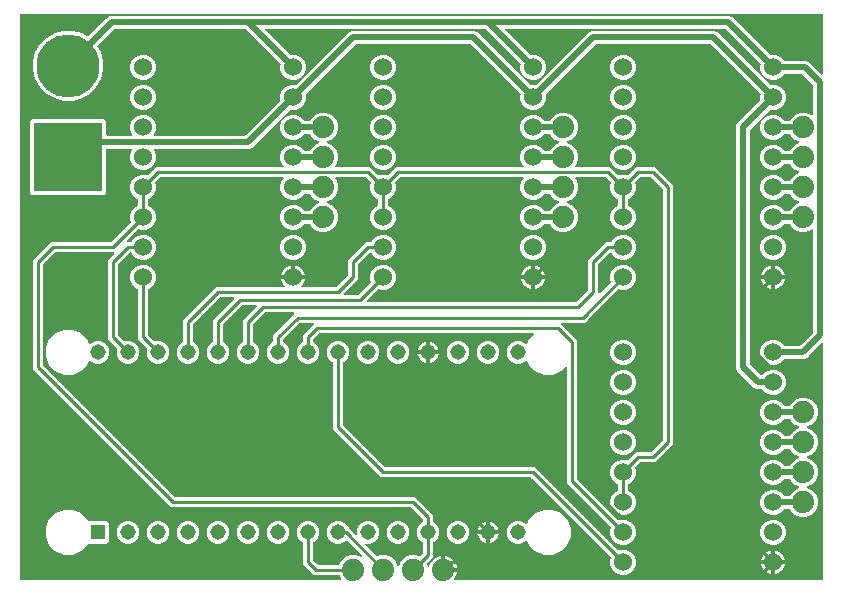
<source format=gbr>
G04 EAGLE Gerber RS-274X export*
G75*
%MOMM*%
%FSLAX34Y34*%
%LPD*%
%INBottom Copper*%
%IPPOS*%
%AMOC8*
5,1,8,0,0,1.08239X$1,22.5*%
G01*
%ADD10R,1.308000X1.308000*%
%ADD11C,1.308000*%
%ADD12C,5.334000*%
%ADD13R,5.842000X5.842000*%
%ADD14C,1.524000*%
%ADD15C,1.879600*%
%ADD16C,0.508000*%
%ADD17C,0.254000*%

G36*
X281620Y10172D02*
X281620Y10172D01*
X281692Y10174D01*
X281741Y10192D01*
X281792Y10200D01*
X281855Y10234D01*
X281923Y10259D01*
X281963Y10291D01*
X282009Y10316D01*
X282059Y10367D01*
X282115Y10412D01*
X282143Y10456D01*
X282179Y10494D01*
X282209Y10559D01*
X282248Y10619D01*
X282260Y10670D01*
X282282Y10717D01*
X282290Y10788D01*
X282308Y10858D01*
X282304Y10910D01*
X282309Y10961D01*
X282294Y11032D01*
X282289Y11103D01*
X282268Y11151D01*
X282257Y11202D01*
X282220Y11263D01*
X282192Y11329D01*
X282147Y11385D01*
X282131Y11413D01*
X282113Y11428D01*
X282087Y11460D01*
X281548Y12000D01*
X280611Y14261D01*
X280549Y14361D01*
X280490Y14461D01*
X280485Y14465D01*
X280482Y14470D01*
X280391Y14545D01*
X280303Y14621D01*
X280297Y14623D01*
X280292Y14627D01*
X280184Y14669D01*
X280075Y14713D01*
X280067Y14714D01*
X280063Y14715D01*
X280044Y14716D01*
X279908Y14731D01*
X258561Y14731D01*
X249681Y23611D01*
X249681Y41701D01*
X249662Y41816D01*
X249645Y41932D01*
X249643Y41938D01*
X249642Y41944D01*
X249587Y42047D01*
X249534Y42152D01*
X249529Y42156D01*
X249526Y42162D01*
X249442Y42241D01*
X249358Y42324D01*
X249352Y42328D01*
X249348Y42331D01*
X249331Y42339D01*
X249211Y42405D01*
X248568Y42671D01*
X245871Y45368D01*
X244411Y48893D01*
X244411Y52707D01*
X245871Y56232D01*
X248568Y58929D01*
X252093Y60389D01*
X255907Y60389D01*
X259432Y58929D01*
X262129Y56232D01*
X263589Y52707D01*
X263589Y48893D01*
X262129Y45368D01*
X259432Y42671D01*
X258789Y42405D01*
X258689Y42343D01*
X258589Y42283D01*
X258585Y42278D01*
X258580Y42275D01*
X258505Y42186D01*
X258429Y42096D01*
X258427Y42090D01*
X258423Y42086D01*
X258381Y41978D01*
X258337Y41868D01*
X258336Y41861D01*
X258335Y41856D01*
X258334Y41838D01*
X258319Y41701D01*
X258319Y27504D01*
X258333Y27414D01*
X258341Y27323D01*
X258353Y27293D01*
X258358Y27261D01*
X258401Y27181D01*
X258437Y27097D01*
X258463Y27065D01*
X258474Y27044D01*
X258497Y27022D01*
X258542Y26966D01*
X261916Y23592D01*
X261990Y23539D01*
X262059Y23479D01*
X262089Y23467D01*
X262116Y23448D01*
X262203Y23421D01*
X262287Y23387D01*
X262328Y23383D01*
X262351Y23376D01*
X262383Y23377D01*
X262454Y23369D01*
X279908Y23369D01*
X280023Y23388D01*
X280139Y23405D01*
X280145Y23407D01*
X280151Y23408D01*
X280253Y23463D01*
X280358Y23516D01*
X280363Y23521D01*
X280368Y23524D01*
X280448Y23608D01*
X280530Y23692D01*
X280534Y23698D01*
X280537Y23702D01*
X280545Y23719D01*
X280611Y23839D01*
X281548Y26101D01*
X285049Y29602D01*
X289624Y31497D01*
X294576Y31497D01*
X298500Y29871D01*
X298595Y29849D01*
X298688Y29820D01*
X298714Y29821D01*
X298739Y29815D01*
X298836Y29824D01*
X298934Y29827D01*
X298958Y29836D01*
X298984Y29838D01*
X299073Y29878D01*
X299165Y29911D01*
X299185Y29928D01*
X299209Y29938D01*
X299281Y30004D01*
X299357Y30065D01*
X299371Y30087D01*
X299390Y30105D01*
X299437Y30190D01*
X299490Y30272D01*
X299496Y30297D01*
X299509Y30320D01*
X299526Y30416D01*
X299550Y30510D01*
X299548Y30536D01*
X299552Y30562D01*
X299538Y30659D01*
X299531Y30756D01*
X299520Y30780D01*
X299517Y30806D01*
X299472Y30893D01*
X299434Y30982D01*
X299414Y31007D01*
X299405Y31025D01*
X299381Y31048D01*
X299329Y31113D01*
X286840Y43603D01*
X286824Y43614D01*
X286811Y43630D01*
X286724Y43686D01*
X286640Y43746D01*
X286621Y43752D01*
X286604Y43763D01*
X286504Y43788D01*
X286405Y43819D01*
X286385Y43818D01*
X286366Y43823D01*
X286263Y43815D01*
X286159Y43812D01*
X286140Y43805D01*
X286120Y43804D01*
X286026Y43763D01*
X285928Y43728D01*
X285912Y43715D01*
X285894Y43707D01*
X285763Y43603D01*
X284832Y42671D01*
X281307Y41211D01*
X277493Y41211D01*
X273968Y42671D01*
X271271Y45368D01*
X269811Y48893D01*
X269811Y52707D01*
X271271Y56232D01*
X273968Y58929D01*
X277493Y60389D01*
X281307Y60389D01*
X284832Y58929D01*
X287529Y56232D01*
X288251Y54489D01*
X288285Y54433D01*
X288311Y54373D01*
X288363Y54308D01*
X288380Y54280D01*
X288395Y54267D01*
X288416Y54242D01*
X293912Y48746D01*
X293970Y48704D01*
X294022Y48655D01*
X294069Y48633D01*
X294111Y48602D01*
X294180Y48581D01*
X294245Y48551D01*
X294297Y48545D01*
X294347Y48530D01*
X294418Y48532D01*
X294489Y48524D01*
X294540Y48535D01*
X294592Y48536D01*
X294660Y48561D01*
X294730Y48576D01*
X294775Y48603D01*
X294823Y48621D01*
X294879Y48666D01*
X294941Y48702D01*
X294975Y48742D01*
X295015Y48774D01*
X295054Y48835D01*
X295101Y48889D01*
X295120Y48938D01*
X295148Y48981D01*
X295166Y49051D01*
X295193Y49117D01*
X295201Y49189D01*
X295209Y49220D01*
X295207Y49243D01*
X295211Y49284D01*
X295211Y52707D01*
X296671Y56232D01*
X299368Y58929D01*
X302893Y60389D01*
X306707Y60389D01*
X310232Y58929D01*
X312929Y56232D01*
X314389Y52707D01*
X314389Y48893D01*
X312929Y45368D01*
X310232Y42671D01*
X306707Y41211D01*
X303284Y41211D01*
X303213Y41200D01*
X303142Y41198D01*
X303093Y41180D01*
X303041Y41172D01*
X302978Y41138D01*
X302911Y41113D01*
X302870Y41081D01*
X302824Y41056D01*
X302775Y41005D01*
X302719Y40960D01*
X302690Y40916D01*
X302655Y40878D01*
X302624Y40813D01*
X302586Y40753D01*
X302573Y40702D01*
X302551Y40655D01*
X302543Y40584D01*
X302526Y40514D01*
X302530Y40462D01*
X302524Y40411D01*
X302539Y40340D01*
X302545Y40269D01*
X302565Y40221D01*
X302576Y40170D01*
X302613Y40109D01*
X302641Y40043D01*
X302686Y39987D01*
X302702Y39959D01*
X302720Y39944D01*
X302746Y39912D01*
X311933Y30725D01*
X312027Y30657D01*
X312121Y30587D01*
X312127Y30585D01*
X312132Y30581D01*
X312244Y30547D01*
X312355Y30511D01*
X312362Y30511D01*
X312368Y30509D01*
X312484Y30512D01*
X312601Y30513D01*
X312608Y30515D01*
X312613Y30515D01*
X312631Y30522D01*
X312762Y30560D01*
X315024Y31497D01*
X319976Y31497D01*
X324551Y29602D01*
X328052Y26101D01*
X329497Y22612D01*
X329535Y22551D01*
X329564Y22486D01*
X329599Y22448D01*
X329626Y22403D01*
X329682Y22358D01*
X329730Y22305D01*
X329776Y22280D01*
X329816Y22246D01*
X329883Y22221D01*
X329946Y22186D01*
X329997Y22177D01*
X330045Y22158D01*
X330117Y22155D01*
X330188Y22142D01*
X330239Y22150D01*
X330291Y22148D01*
X330360Y22168D01*
X330431Y22178D01*
X330477Y22202D01*
X330527Y22216D01*
X330586Y22257D01*
X330650Y22290D01*
X330687Y22327D01*
X330729Y22357D01*
X330772Y22414D01*
X330822Y22465D01*
X330857Y22528D01*
X330876Y22554D01*
X330883Y22576D01*
X330903Y22612D01*
X332348Y26101D01*
X335849Y29602D01*
X340424Y31497D01*
X345376Y31497D01*
X347638Y30560D01*
X347751Y30533D01*
X347865Y30505D01*
X347871Y30505D01*
X347877Y30504D01*
X347994Y30515D01*
X348110Y30524D01*
X348116Y30526D01*
X348122Y30527D01*
X348229Y30574D01*
X348336Y30620D01*
X348342Y30625D01*
X348347Y30627D01*
X348360Y30639D01*
X348467Y30725D01*
X351058Y33316D01*
X351111Y33390D01*
X351171Y33459D01*
X351183Y33489D01*
X351202Y33516D01*
X351229Y33603D01*
X351263Y33687D01*
X351267Y33728D01*
X351274Y33751D01*
X351273Y33783D01*
X351281Y33854D01*
X351281Y41701D01*
X351262Y41816D01*
X351245Y41932D01*
X351243Y41938D01*
X351242Y41944D01*
X351187Y42047D01*
X351134Y42152D01*
X351129Y42156D01*
X351126Y42162D01*
X351042Y42241D01*
X350958Y42324D01*
X350952Y42328D01*
X350948Y42331D01*
X350931Y42339D01*
X350811Y42405D01*
X350168Y42671D01*
X347471Y45368D01*
X346011Y48893D01*
X346011Y52707D01*
X347471Y56232D01*
X350168Y58929D01*
X350811Y59195D01*
X350911Y59257D01*
X351011Y59317D01*
X351015Y59322D01*
X351020Y59325D01*
X351095Y59414D01*
X351171Y59504D01*
X351173Y59510D01*
X351177Y59514D01*
X351219Y59622D01*
X351263Y59732D01*
X351264Y59739D01*
X351265Y59744D01*
X351266Y59762D01*
X351281Y59899D01*
X351281Y61396D01*
X351267Y61486D01*
X351259Y61577D01*
X351247Y61607D01*
X351242Y61639D01*
X351199Y61719D01*
X351163Y61803D01*
X351137Y61835D01*
X351126Y61856D01*
X351103Y61878D01*
X351058Y61934D01*
X341334Y71658D01*
X341260Y71711D01*
X341191Y71771D01*
X341161Y71783D01*
X341134Y71802D01*
X341047Y71829D01*
X340963Y71863D01*
X340922Y71867D01*
X340899Y71874D01*
X340867Y71873D01*
X340796Y71881D01*
X137911Y71881D01*
X21081Y188711D01*
X21081Y281189D01*
X23834Y283942D01*
X33558Y293666D01*
X36311Y296419D01*
X86796Y296419D01*
X86886Y296433D01*
X86977Y296441D01*
X87007Y296453D01*
X87039Y296458D01*
X87119Y296501D01*
X87203Y296537D01*
X87235Y296563D01*
X87256Y296574D01*
X87278Y296597D01*
X87334Y296642D01*
X103986Y313294D01*
X104053Y313388D01*
X104124Y313482D01*
X104126Y313488D01*
X104129Y313493D01*
X104164Y313604D01*
X104200Y313716D01*
X104200Y313722D01*
X104202Y313728D01*
X104199Y313845D01*
X104198Y313962D01*
X104196Y313969D01*
X104195Y313974D01*
X104189Y313992D01*
X104151Y314123D01*
X103631Y315378D01*
X103631Y319622D01*
X105255Y323543D01*
X108257Y326545D01*
X109511Y327064D01*
X109611Y327126D01*
X109711Y327186D01*
X109715Y327191D01*
X109720Y327194D01*
X109795Y327283D01*
X109871Y327373D01*
X109873Y327379D01*
X109877Y327383D01*
X109919Y327491D01*
X109963Y327601D01*
X109964Y327608D01*
X109965Y327613D01*
X109966Y327631D01*
X109981Y327768D01*
X109981Y332632D01*
X109962Y332747D01*
X109945Y332863D01*
X109943Y332869D01*
X109942Y332875D01*
X109887Y332978D01*
X109834Y333083D01*
X109829Y333087D01*
X109826Y333093D01*
X109742Y333172D01*
X109658Y333255D01*
X109652Y333259D01*
X109648Y333262D01*
X109631Y333270D01*
X109511Y333336D01*
X108257Y333855D01*
X105255Y336857D01*
X103631Y340778D01*
X103631Y345022D01*
X105255Y348943D01*
X108257Y351945D01*
X112178Y353569D01*
X116422Y353569D01*
X117677Y353049D01*
X117790Y353022D01*
X117904Y352994D01*
X117910Y352994D01*
X117916Y352993D01*
X118033Y353004D01*
X118149Y353013D01*
X118155Y353015D01*
X118161Y353016D01*
X118269Y353064D01*
X118375Y353109D01*
X118381Y353114D01*
X118386Y353116D01*
X118400Y353129D01*
X118506Y353214D01*
X125211Y359919D01*
X232756Y359919D01*
X232826Y359930D01*
X232898Y359932D01*
X232947Y359950D01*
X232998Y359958D01*
X233062Y359992D01*
X233129Y360017D01*
X233170Y360049D01*
X233216Y360074D01*
X233265Y360126D01*
X233321Y360170D01*
X233349Y360214D01*
X233385Y360252D01*
X233415Y360317D01*
X233454Y360377D01*
X233467Y360428D01*
X233489Y360475D01*
X233497Y360546D01*
X233514Y360616D01*
X233510Y360668D01*
X233516Y360719D01*
X233501Y360790D01*
X233495Y360861D01*
X233475Y360909D01*
X233464Y360960D01*
X233427Y361021D01*
X233399Y361087D01*
X233354Y361143D01*
X233337Y361171D01*
X233320Y361186D01*
X233294Y361218D01*
X232255Y362257D01*
X230631Y366178D01*
X230631Y370422D01*
X232255Y374343D01*
X235257Y377345D01*
X239178Y378969D01*
X243422Y378969D01*
X247343Y377345D01*
X250353Y374335D01*
X250400Y374259D01*
X250460Y374159D01*
X250464Y374155D01*
X250468Y374150D01*
X250558Y374075D01*
X250647Y373999D01*
X250652Y373997D01*
X250657Y373993D01*
X250766Y373951D01*
X250875Y373907D01*
X250882Y373906D01*
X250887Y373905D01*
X250905Y373904D01*
X251041Y373889D01*
X255034Y373889D01*
X255149Y373908D01*
X255265Y373925D01*
X255271Y373927D01*
X255277Y373928D01*
X255379Y373983D01*
X255484Y374036D01*
X255489Y374041D01*
X255494Y374044D01*
X255574Y374128D01*
X255656Y374212D01*
X255660Y374218D01*
X255664Y374222D01*
X255671Y374239D01*
X255737Y374359D01*
X256148Y375351D01*
X259649Y378852D01*
X263138Y380297D01*
X263199Y380335D01*
X263264Y380364D01*
X263302Y380399D01*
X263347Y380426D01*
X263392Y380482D01*
X263445Y380530D01*
X263470Y380576D01*
X263504Y380616D01*
X263529Y380683D01*
X263564Y380746D01*
X263573Y380797D01*
X263592Y380845D01*
X263595Y380917D01*
X263608Y380988D01*
X263600Y381039D01*
X263602Y381091D01*
X263582Y381160D01*
X263572Y381231D01*
X263548Y381277D01*
X263534Y381327D01*
X263493Y381386D01*
X263460Y381450D01*
X263423Y381487D01*
X263393Y381529D01*
X263336Y381572D01*
X263285Y381622D01*
X263222Y381657D01*
X263196Y381676D01*
X263174Y381683D01*
X263138Y381703D01*
X259649Y383148D01*
X256148Y386649D01*
X255737Y387641D01*
X255676Y387741D01*
X255616Y387841D01*
X255611Y387845D01*
X255608Y387850D01*
X255518Y387925D01*
X255429Y388001D01*
X255423Y388003D01*
X255418Y388007D01*
X255310Y388049D01*
X255201Y388093D01*
X255193Y388094D01*
X255189Y388095D01*
X255170Y388096D01*
X255034Y388111D01*
X251041Y388111D01*
X250926Y388092D01*
X250810Y388075D01*
X250805Y388073D01*
X250799Y388072D01*
X250696Y388017D01*
X250591Y387964D01*
X250587Y387959D01*
X250581Y387956D01*
X250501Y387872D01*
X250419Y387788D01*
X250415Y387782D01*
X250412Y387778D01*
X250404Y387761D01*
X250349Y387661D01*
X247343Y384655D01*
X243422Y383031D01*
X239178Y383031D01*
X235257Y384655D01*
X232255Y387657D01*
X230631Y391578D01*
X230631Y395822D01*
X232255Y399743D01*
X235257Y402745D01*
X239178Y404369D01*
X243422Y404369D01*
X247343Y402745D01*
X250353Y399735D01*
X250400Y399659D01*
X250460Y399559D01*
X250464Y399555D01*
X250468Y399550D01*
X250558Y399475D01*
X250647Y399399D01*
X250652Y399397D01*
X250657Y399393D01*
X250766Y399351D01*
X250875Y399307D01*
X250882Y399306D01*
X250887Y399305D01*
X250905Y399304D01*
X251041Y399289D01*
X255034Y399289D01*
X255149Y399308D01*
X255265Y399325D01*
X255271Y399327D01*
X255277Y399328D01*
X255379Y399383D01*
X255484Y399436D01*
X255489Y399441D01*
X255494Y399444D01*
X255574Y399528D01*
X255656Y399612D01*
X255660Y399618D01*
X255664Y399622D01*
X255671Y399639D01*
X255737Y399759D01*
X256148Y400751D01*
X259649Y404252D01*
X264224Y406147D01*
X269176Y406147D01*
X273751Y404252D01*
X277252Y400751D01*
X279147Y396176D01*
X279147Y391224D01*
X277252Y386649D01*
X273751Y383148D01*
X270262Y381703D01*
X270201Y381665D01*
X270136Y381636D01*
X270098Y381601D01*
X270053Y381574D01*
X270007Y381518D01*
X269955Y381470D01*
X269930Y381424D01*
X269896Y381384D01*
X269871Y381317D01*
X269836Y381254D01*
X269827Y381203D01*
X269808Y381155D01*
X269805Y381083D01*
X269792Y381012D01*
X269800Y380961D01*
X269798Y380909D01*
X269818Y380840D01*
X269828Y380769D01*
X269852Y380723D01*
X269866Y380673D01*
X269907Y380614D01*
X269940Y380550D01*
X269977Y380513D01*
X270007Y380471D01*
X270064Y380428D01*
X270115Y380378D01*
X270178Y380343D01*
X270204Y380324D01*
X270226Y380317D01*
X270262Y380297D01*
X273751Y378852D01*
X277252Y375351D01*
X279147Y370776D01*
X279147Y365824D01*
X277252Y361249D01*
X277221Y361218D01*
X277179Y361160D01*
X277129Y361108D01*
X277107Y361061D01*
X277077Y361019D01*
X277056Y360950D01*
X277026Y360885D01*
X277020Y360833D01*
X277005Y360784D01*
X277007Y360712D01*
X276999Y360641D01*
X277010Y360590D01*
X277011Y360538D01*
X277036Y360470D01*
X277051Y360400D01*
X277078Y360355D01*
X277095Y360307D01*
X277140Y360251D01*
X277177Y360189D01*
X277217Y360155D01*
X277249Y360115D01*
X277309Y360076D01*
X277364Y360029D01*
X277412Y360010D01*
X277456Y359982D01*
X277526Y359964D01*
X277592Y359937D01*
X277663Y359929D01*
X277695Y359921D01*
X277718Y359923D01*
X277759Y359919D01*
X306589Y359919D01*
X313294Y353214D01*
X313388Y353147D01*
X313482Y353076D01*
X313488Y353074D01*
X313493Y353071D01*
X313604Y353036D01*
X313716Y353000D01*
X313722Y353000D01*
X313728Y352998D01*
X313845Y353001D01*
X313962Y353002D01*
X313969Y353004D01*
X313974Y353005D01*
X313992Y353011D01*
X314123Y353049D01*
X315378Y353569D01*
X319622Y353569D01*
X320877Y353049D01*
X320990Y353022D01*
X321104Y352994D01*
X321110Y352994D01*
X321116Y352993D01*
X321233Y353004D01*
X321349Y353013D01*
X321355Y353015D01*
X321361Y353016D01*
X321469Y353064D01*
X321575Y353109D01*
X321581Y353114D01*
X321586Y353116D01*
X321600Y353129D01*
X321706Y353214D01*
X325658Y357166D01*
X328411Y359919D01*
X435956Y359919D01*
X436026Y359930D01*
X436098Y359932D01*
X436147Y359950D01*
X436198Y359958D01*
X436262Y359992D01*
X436329Y360017D01*
X436370Y360049D01*
X436416Y360074D01*
X436465Y360126D01*
X436521Y360170D01*
X436549Y360214D01*
X436585Y360252D01*
X436615Y360317D01*
X436654Y360377D01*
X436667Y360428D01*
X436689Y360475D01*
X436697Y360546D01*
X436714Y360616D01*
X436710Y360668D01*
X436716Y360719D01*
X436701Y360790D01*
X436695Y360861D01*
X436675Y360909D01*
X436664Y360960D01*
X436627Y361021D01*
X436599Y361087D01*
X436554Y361143D01*
X436537Y361171D01*
X436520Y361186D01*
X436494Y361218D01*
X435455Y362257D01*
X433831Y366178D01*
X433831Y370422D01*
X435455Y374343D01*
X438457Y377345D01*
X442378Y378969D01*
X446622Y378969D01*
X450543Y377345D01*
X453553Y374335D01*
X453600Y374259D01*
X453660Y374159D01*
X453664Y374155D01*
X453668Y374150D01*
X453758Y374075D01*
X453847Y373999D01*
X453852Y373997D01*
X453857Y373993D01*
X453966Y373951D01*
X454075Y373907D01*
X454082Y373906D01*
X454087Y373905D01*
X454105Y373904D01*
X454241Y373889D01*
X458234Y373889D01*
X458349Y373908D01*
X458465Y373925D01*
X458471Y373927D01*
X458477Y373928D01*
X458579Y373983D01*
X458684Y374036D01*
X458689Y374041D01*
X458694Y374044D01*
X458774Y374128D01*
X458856Y374212D01*
X458860Y374218D01*
X458864Y374222D01*
X458871Y374239D01*
X458937Y374359D01*
X459348Y375351D01*
X462849Y378852D01*
X466338Y380297D01*
X466399Y380335D01*
X466464Y380364D01*
X466502Y380399D01*
X466547Y380426D01*
X466592Y380482D01*
X466645Y380530D01*
X466670Y380576D01*
X466704Y380616D01*
X466729Y380683D01*
X466764Y380746D01*
X466773Y380797D01*
X466792Y380845D01*
X466795Y380917D01*
X466808Y380988D01*
X466800Y381039D01*
X466802Y381091D01*
X466782Y381160D01*
X466772Y381231D01*
X466748Y381277D01*
X466734Y381327D01*
X466693Y381386D01*
X466660Y381450D01*
X466623Y381487D01*
X466593Y381529D01*
X466536Y381572D01*
X466485Y381622D01*
X466422Y381657D01*
X466396Y381676D01*
X466374Y381683D01*
X466338Y381703D01*
X462849Y383148D01*
X459348Y386649D01*
X458937Y387641D01*
X458876Y387741D01*
X458816Y387841D01*
X458811Y387845D01*
X458808Y387850D01*
X458718Y387925D01*
X458629Y388001D01*
X458623Y388003D01*
X458618Y388007D01*
X458510Y388049D01*
X458401Y388093D01*
X458393Y388094D01*
X458389Y388095D01*
X458370Y388096D01*
X458234Y388111D01*
X454241Y388111D01*
X454126Y388092D01*
X454010Y388075D01*
X454005Y388073D01*
X453999Y388072D01*
X453896Y388017D01*
X453791Y387964D01*
X453787Y387959D01*
X453781Y387956D01*
X453701Y387872D01*
X453619Y387788D01*
X453615Y387782D01*
X453612Y387778D01*
X453604Y387761D01*
X453549Y387661D01*
X450543Y384655D01*
X446622Y383031D01*
X442378Y383031D01*
X438457Y384655D01*
X435455Y387657D01*
X433831Y391578D01*
X433831Y395822D01*
X435455Y399743D01*
X438457Y402745D01*
X442378Y404369D01*
X446622Y404369D01*
X450543Y402745D01*
X453553Y399735D01*
X453600Y399659D01*
X453660Y399559D01*
X453664Y399555D01*
X453668Y399550D01*
X453758Y399475D01*
X453847Y399399D01*
X453852Y399397D01*
X453857Y399393D01*
X453966Y399351D01*
X454075Y399307D01*
X454082Y399306D01*
X454087Y399305D01*
X454105Y399304D01*
X454241Y399289D01*
X458234Y399289D01*
X458349Y399308D01*
X458465Y399325D01*
X458471Y399327D01*
X458477Y399328D01*
X458579Y399383D01*
X458684Y399436D01*
X458689Y399441D01*
X458694Y399444D01*
X458774Y399528D01*
X458856Y399612D01*
X458860Y399618D01*
X458864Y399622D01*
X458871Y399639D01*
X458937Y399759D01*
X459348Y400751D01*
X462849Y404252D01*
X467424Y406147D01*
X472376Y406147D01*
X476951Y404252D01*
X480452Y400751D01*
X482347Y396176D01*
X482347Y391224D01*
X480452Y386649D01*
X476951Y383148D01*
X473462Y381703D01*
X473401Y381665D01*
X473336Y381636D01*
X473298Y381601D01*
X473253Y381574D01*
X473207Y381518D01*
X473155Y381470D01*
X473130Y381424D01*
X473096Y381384D01*
X473071Y381317D01*
X473036Y381254D01*
X473027Y381203D01*
X473008Y381155D01*
X473005Y381083D01*
X472992Y381012D01*
X473000Y380961D01*
X472998Y380909D01*
X473018Y380840D01*
X473028Y380769D01*
X473052Y380723D01*
X473066Y380673D01*
X473107Y380614D01*
X473140Y380550D01*
X473177Y380513D01*
X473207Y380471D01*
X473264Y380428D01*
X473315Y380378D01*
X473378Y380343D01*
X473404Y380324D01*
X473426Y380317D01*
X473462Y380297D01*
X476951Y378852D01*
X480452Y375351D01*
X482347Y370776D01*
X482347Y365824D01*
X480452Y361249D01*
X480421Y361218D01*
X480379Y361160D01*
X480329Y361108D01*
X480307Y361061D01*
X480277Y361019D01*
X480256Y360950D01*
X480226Y360885D01*
X480220Y360833D01*
X480205Y360784D01*
X480207Y360712D01*
X480199Y360641D01*
X480210Y360590D01*
X480211Y360538D01*
X480236Y360470D01*
X480251Y360400D01*
X480278Y360355D01*
X480295Y360307D01*
X480340Y360251D01*
X480377Y360189D01*
X480417Y360155D01*
X480449Y360115D01*
X480509Y360076D01*
X480564Y360029D01*
X480612Y360010D01*
X480656Y359982D01*
X480726Y359964D01*
X480792Y359937D01*
X480863Y359929D01*
X480895Y359921D01*
X480918Y359923D01*
X480959Y359919D01*
X509789Y359919D01*
X516494Y353214D01*
X516588Y353147D01*
X516682Y353076D01*
X516688Y353074D01*
X516693Y353071D01*
X516804Y353036D01*
X516916Y353000D01*
X516922Y353000D01*
X516928Y352998D01*
X517045Y353001D01*
X517162Y353002D01*
X517169Y353004D01*
X517174Y353005D01*
X517192Y353011D01*
X517323Y353049D01*
X518578Y353569D01*
X522822Y353569D01*
X524077Y353049D01*
X524190Y353022D01*
X524304Y352994D01*
X524310Y352994D01*
X524316Y352993D01*
X524433Y353004D01*
X524549Y353013D01*
X524555Y353015D01*
X524561Y353016D01*
X524669Y353064D01*
X524775Y353109D01*
X524781Y353114D01*
X524786Y353116D01*
X524800Y353129D01*
X524906Y353214D01*
X531611Y359919D01*
X547889Y359919D01*
X560366Y347442D01*
X563119Y344689D01*
X563119Y125211D01*
X547889Y109981D01*
X535504Y109981D01*
X535414Y109967D01*
X535323Y109959D01*
X535293Y109947D01*
X535261Y109942D01*
X535181Y109899D01*
X535097Y109863D01*
X535065Y109837D01*
X535044Y109826D01*
X535022Y109803D01*
X534966Y109758D01*
X531014Y105806D01*
X530946Y105712D01*
X530876Y105618D01*
X530874Y105612D01*
X530871Y105607D01*
X530836Y105496D01*
X530800Y105384D01*
X530800Y105378D01*
X530798Y105372D01*
X530801Y105255D01*
X530802Y105138D01*
X530804Y105131D01*
X530805Y105126D01*
X530811Y105108D01*
X530849Y104977D01*
X531369Y103722D01*
X531369Y99478D01*
X529745Y95557D01*
X526743Y92555D01*
X525489Y92036D01*
X525389Y91974D01*
X525289Y91914D01*
X525285Y91910D01*
X525280Y91906D01*
X525205Y91816D01*
X525129Y91727D01*
X525127Y91722D01*
X525123Y91717D01*
X525081Y91607D01*
X525037Y91499D01*
X525036Y91492D01*
X525035Y91487D01*
X525034Y91469D01*
X525019Y91332D01*
X525019Y86468D01*
X525038Y86353D01*
X525055Y86237D01*
X525057Y86231D01*
X525058Y86225D01*
X525113Y86122D01*
X525166Y86017D01*
X525171Y86013D01*
X525174Y86007D01*
X525258Y85927D01*
X525342Y85845D01*
X525348Y85841D01*
X525352Y85838D01*
X525369Y85830D01*
X525489Y85764D01*
X526743Y85245D01*
X529745Y82243D01*
X531369Y78322D01*
X531369Y74078D01*
X529745Y70157D01*
X526743Y67155D01*
X522822Y65531D01*
X518578Y65531D01*
X514657Y67155D01*
X511655Y70157D01*
X510031Y74078D01*
X510031Y78322D01*
X511655Y82243D01*
X514657Y85245D01*
X515911Y85764D01*
X516011Y85826D01*
X516111Y85886D01*
X516115Y85890D01*
X516120Y85894D01*
X516195Y85984D01*
X516271Y86073D01*
X516273Y86078D01*
X516277Y86083D01*
X516319Y86192D01*
X516363Y86301D01*
X516364Y86308D01*
X516365Y86313D01*
X516366Y86331D01*
X516381Y86468D01*
X516381Y91332D01*
X516362Y91447D01*
X516345Y91563D01*
X516343Y91569D01*
X516342Y91575D01*
X516287Y91678D01*
X516234Y91783D01*
X516229Y91787D01*
X516226Y91793D01*
X516142Y91873D01*
X516058Y91955D01*
X516052Y91959D01*
X516048Y91962D01*
X516031Y91970D01*
X515911Y92036D01*
X514657Y92555D01*
X511655Y95557D01*
X510031Y99478D01*
X510031Y103722D01*
X511655Y107643D01*
X514657Y110645D01*
X518578Y112269D01*
X522822Y112269D01*
X524077Y111749D01*
X524190Y111722D01*
X524304Y111694D01*
X524310Y111694D01*
X524316Y111693D01*
X524433Y111704D01*
X524549Y111713D01*
X524555Y111715D01*
X524561Y111716D01*
X524669Y111764D01*
X524775Y111809D01*
X524781Y111814D01*
X524786Y111816D01*
X524800Y111829D01*
X524906Y111914D01*
X531611Y118619D01*
X543996Y118619D01*
X544086Y118633D01*
X544177Y118641D01*
X544207Y118653D01*
X544239Y118658D01*
X544319Y118701D01*
X544403Y118737D01*
X544435Y118763D01*
X544456Y118774D01*
X544478Y118797D01*
X544534Y118842D01*
X554258Y128566D01*
X554311Y128640D01*
X554371Y128709D01*
X554383Y128739D01*
X554402Y128766D01*
X554429Y128853D01*
X554463Y128937D01*
X554467Y128978D01*
X554474Y129001D01*
X554473Y129033D01*
X554481Y129104D01*
X554481Y340796D01*
X554467Y340886D01*
X554459Y340977D01*
X554447Y341007D01*
X554442Y341039D01*
X554399Y341119D01*
X554363Y341203D01*
X554337Y341235D01*
X554326Y341256D01*
X554303Y341278D01*
X554258Y341334D01*
X544534Y351058D01*
X544460Y351111D01*
X544391Y351171D01*
X544361Y351183D01*
X544334Y351202D01*
X544247Y351229D01*
X544163Y351263D01*
X544122Y351267D01*
X544099Y351274D01*
X544067Y351273D01*
X543996Y351281D01*
X535504Y351281D01*
X535414Y351267D01*
X535323Y351259D01*
X535293Y351247D01*
X535261Y351242D01*
X535181Y351199D01*
X535097Y351163D01*
X535065Y351137D01*
X535044Y351126D01*
X535022Y351103D01*
X534966Y351058D01*
X531014Y347106D01*
X530947Y347012D01*
X530876Y346918D01*
X530874Y346912D01*
X530871Y346907D01*
X530836Y346796D01*
X530800Y346684D01*
X530800Y346678D01*
X530798Y346672D01*
X530801Y346555D01*
X530802Y346438D01*
X530804Y346431D01*
X530805Y346426D01*
X530811Y346408D01*
X530849Y346277D01*
X531369Y345022D01*
X531369Y340778D01*
X529745Y336857D01*
X526743Y333855D01*
X525489Y333336D01*
X525389Y333274D01*
X525289Y333214D01*
X525285Y333209D01*
X525280Y333206D01*
X525205Y333117D01*
X525129Y333027D01*
X525127Y333021D01*
X525123Y333017D01*
X525081Y332909D01*
X525037Y332799D01*
X525036Y332792D01*
X525035Y332787D01*
X525034Y332769D01*
X525019Y332632D01*
X525019Y327768D01*
X525038Y327653D01*
X525055Y327537D01*
X525057Y327531D01*
X525058Y327525D01*
X525113Y327422D01*
X525166Y327317D01*
X525171Y327313D01*
X525174Y327307D01*
X525258Y327228D01*
X525342Y327145D01*
X525348Y327141D01*
X525352Y327138D01*
X525369Y327130D01*
X525489Y327064D01*
X526743Y326545D01*
X529745Y323543D01*
X531369Y319622D01*
X531369Y315378D01*
X529745Y311457D01*
X526743Y308455D01*
X522822Y306831D01*
X518578Y306831D01*
X514657Y308455D01*
X511655Y311457D01*
X510031Y315378D01*
X510031Y319622D01*
X511655Y323543D01*
X514657Y326545D01*
X515911Y327064D01*
X516011Y327126D01*
X516111Y327186D01*
X516115Y327191D01*
X516120Y327194D01*
X516195Y327283D01*
X516271Y327373D01*
X516273Y327379D01*
X516277Y327383D01*
X516319Y327491D01*
X516363Y327601D01*
X516364Y327608D01*
X516365Y327613D01*
X516366Y327631D01*
X516381Y327768D01*
X516381Y332632D01*
X516362Y332747D01*
X516345Y332863D01*
X516343Y332869D01*
X516342Y332875D01*
X516287Y332978D01*
X516234Y333083D01*
X516229Y333087D01*
X516226Y333093D01*
X516142Y333172D01*
X516058Y333255D01*
X516052Y333259D01*
X516048Y333262D01*
X516031Y333270D01*
X515911Y333336D01*
X514657Y333855D01*
X511655Y336857D01*
X510031Y340778D01*
X510031Y345022D01*
X510551Y346277D01*
X510578Y346390D01*
X510606Y346504D01*
X510606Y346510D01*
X510607Y346516D01*
X510596Y346633D01*
X510587Y346749D01*
X510585Y346755D01*
X510584Y346761D01*
X510536Y346869D01*
X510491Y346975D01*
X510486Y346981D01*
X510484Y346986D01*
X510471Y347000D01*
X510386Y347106D01*
X506434Y351058D01*
X506360Y351111D01*
X506291Y351171D01*
X506261Y351183D01*
X506234Y351202D01*
X506147Y351229D01*
X506063Y351263D01*
X506022Y351267D01*
X505999Y351274D01*
X505967Y351273D01*
X505896Y351281D01*
X480959Y351281D01*
X480888Y351270D01*
X480816Y351268D01*
X480768Y351250D01*
X480716Y351242D01*
X480653Y351208D01*
X480585Y351183D01*
X480545Y351151D01*
X480499Y351126D01*
X480449Y351074D01*
X480393Y351030D01*
X480365Y350986D01*
X480329Y350948D01*
X480299Y350883D01*
X480260Y350823D01*
X480248Y350772D01*
X480226Y350725D01*
X480218Y350654D01*
X480200Y350584D01*
X480204Y350532D01*
X480199Y350481D01*
X480214Y350410D01*
X480219Y350339D01*
X480240Y350291D01*
X480251Y350240D01*
X480288Y350179D01*
X480316Y350113D01*
X480361Y350057D01*
X480377Y350029D01*
X480395Y350014D01*
X480421Y349982D01*
X480452Y349951D01*
X482347Y345376D01*
X482347Y340424D01*
X480452Y335849D01*
X476951Y332348D01*
X473462Y330903D01*
X473401Y330865D01*
X473336Y330836D01*
X473298Y330801D01*
X473253Y330774D01*
X473207Y330718D01*
X473155Y330670D01*
X473130Y330624D01*
X473096Y330584D01*
X473071Y330517D01*
X473036Y330454D01*
X473027Y330403D01*
X473008Y330355D01*
X473005Y330283D01*
X472992Y330212D01*
X473000Y330161D01*
X472998Y330109D01*
X473018Y330040D01*
X473028Y329969D01*
X473052Y329923D01*
X473066Y329873D01*
X473107Y329814D01*
X473140Y329750D01*
X473177Y329713D01*
X473207Y329671D01*
X473264Y329628D01*
X473315Y329578D01*
X473378Y329543D01*
X473404Y329524D01*
X473426Y329517D01*
X473462Y329497D01*
X476951Y328052D01*
X480452Y324551D01*
X482347Y319976D01*
X482347Y315024D01*
X480452Y310449D01*
X476951Y306948D01*
X472376Y305053D01*
X467424Y305053D01*
X462849Y306948D01*
X459348Y310449D01*
X458937Y311441D01*
X458876Y311541D01*
X458816Y311641D01*
X458811Y311645D01*
X458808Y311650D01*
X458718Y311725D01*
X458629Y311801D01*
X458623Y311803D01*
X458618Y311807D01*
X458510Y311849D01*
X458401Y311893D01*
X458393Y311894D01*
X458389Y311895D01*
X458370Y311896D01*
X458234Y311911D01*
X454241Y311911D01*
X454126Y311892D01*
X454010Y311875D01*
X454005Y311873D01*
X453999Y311872D01*
X453896Y311817D01*
X453791Y311764D01*
X453787Y311759D01*
X453781Y311756D01*
X453701Y311672D01*
X453619Y311588D01*
X453615Y311582D01*
X453612Y311578D01*
X453604Y311561D01*
X453549Y311461D01*
X450543Y308455D01*
X446622Y306831D01*
X442378Y306831D01*
X438457Y308455D01*
X435455Y311457D01*
X433831Y315378D01*
X433831Y319622D01*
X435455Y323543D01*
X438457Y326545D01*
X442378Y328169D01*
X446622Y328169D01*
X450543Y326545D01*
X453553Y323535D01*
X453600Y323459D01*
X453660Y323359D01*
X453664Y323355D01*
X453668Y323350D01*
X453758Y323275D01*
X453847Y323199D01*
X453852Y323197D01*
X453857Y323193D01*
X453966Y323151D01*
X454075Y323107D01*
X454082Y323106D01*
X454087Y323105D01*
X454105Y323104D01*
X454241Y323089D01*
X458234Y323089D01*
X458349Y323108D01*
X458465Y323125D01*
X458471Y323127D01*
X458477Y323128D01*
X458579Y323183D01*
X458684Y323236D01*
X458689Y323241D01*
X458694Y323244D01*
X458774Y323328D01*
X458856Y323412D01*
X458860Y323418D01*
X458864Y323422D01*
X458871Y323439D01*
X458937Y323559D01*
X459348Y324551D01*
X462849Y328052D01*
X466338Y329497D01*
X466399Y329535D01*
X466464Y329564D01*
X466502Y329599D01*
X466547Y329626D01*
X466592Y329682D01*
X466645Y329730D01*
X466670Y329776D01*
X466704Y329816D01*
X466729Y329883D01*
X466764Y329946D01*
X466773Y329997D01*
X466792Y330045D01*
X466795Y330117D01*
X466808Y330188D01*
X466800Y330239D01*
X466802Y330291D01*
X466782Y330360D01*
X466772Y330431D01*
X466748Y330477D01*
X466734Y330527D01*
X466693Y330586D01*
X466660Y330650D01*
X466623Y330687D01*
X466593Y330729D01*
X466536Y330772D01*
X466485Y330822D01*
X466422Y330857D01*
X466396Y330876D01*
X466374Y330883D01*
X466338Y330903D01*
X462849Y332348D01*
X459348Y335849D01*
X458937Y336841D01*
X458876Y336941D01*
X458816Y337041D01*
X458811Y337045D01*
X458808Y337050D01*
X458718Y337125D01*
X458629Y337201D01*
X458623Y337203D01*
X458618Y337207D01*
X458510Y337249D01*
X458401Y337293D01*
X458393Y337294D01*
X458389Y337295D01*
X458370Y337296D01*
X458234Y337311D01*
X454241Y337311D01*
X454126Y337292D01*
X454010Y337275D01*
X454005Y337273D01*
X453999Y337272D01*
X453896Y337217D01*
X453791Y337164D01*
X453787Y337159D01*
X453781Y337156D01*
X453701Y337072D01*
X453619Y336988D01*
X453615Y336982D01*
X453612Y336978D01*
X453604Y336961D01*
X453549Y336861D01*
X450543Y333855D01*
X446622Y332231D01*
X442378Y332231D01*
X438457Y333855D01*
X435455Y336857D01*
X433831Y340778D01*
X433831Y345022D01*
X435455Y348943D01*
X436494Y349982D01*
X436536Y350040D01*
X436585Y350092D01*
X436607Y350139D01*
X436637Y350181D01*
X436658Y350250D01*
X436689Y350315D01*
X436694Y350367D01*
X436710Y350417D01*
X436708Y350488D01*
X436716Y350559D01*
X436705Y350610D01*
X436703Y350662D01*
X436679Y350730D01*
X436664Y350800D01*
X436637Y350845D01*
X436619Y350893D01*
X436574Y350949D01*
X436537Y351011D01*
X436498Y351045D01*
X436465Y351085D01*
X436405Y351124D01*
X436350Y351171D01*
X436302Y351190D01*
X436258Y351218D01*
X436189Y351236D01*
X436122Y351263D01*
X436051Y351271D01*
X436020Y351279D01*
X435997Y351277D01*
X435956Y351281D01*
X332304Y351281D01*
X332214Y351267D01*
X332123Y351259D01*
X332093Y351247D01*
X332061Y351242D01*
X331981Y351199D01*
X331897Y351163D01*
X331865Y351137D01*
X331844Y351126D01*
X331822Y351103D01*
X331766Y351058D01*
X327814Y347106D01*
X327746Y347012D01*
X327676Y346918D01*
X327674Y346912D01*
X327671Y346907D01*
X327636Y346796D01*
X327600Y346684D01*
X327600Y346678D01*
X327598Y346672D01*
X327601Y346555D01*
X327602Y346438D01*
X327604Y346431D01*
X327605Y346426D01*
X327611Y346408D01*
X327649Y346277D01*
X328169Y345022D01*
X328169Y340778D01*
X326545Y336857D01*
X323543Y333855D01*
X322289Y333336D01*
X322189Y333274D01*
X322089Y333214D01*
X322085Y333209D01*
X322080Y333206D01*
X322005Y333117D01*
X321929Y333027D01*
X321927Y333021D01*
X321923Y333017D01*
X321881Y332909D01*
X321837Y332799D01*
X321836Y332792D01*
X321835Y332787D01*
X321834Y332769D01*
X321819Y332632D01*
X321819Y327768D01*
X321838Y327653D01*
X321855Y327537D01*
X321857Y327531D01*
X321858Y327525D01*
X321913Y327422D01*
X321966Y327317D01*
X321971Y327313D01*
X321974Y327307D01*
X322058Y327227D01*
X322142Y327145D01*
X322148Y327141D01*
X322152Y327138D01*
X322169Y327130D01*
X322289Y327064D01*
X323543Y326545D01*
X326545Y323543D01*
X328169Y319622D01*
X328169Y315378D01*
X326545Y311457D01*
X323543Y308455D01*
X319622Y306831D01*
X315378Y306831D01*
X311457Y308455D01*
X308455Y311457D01*
X306831Y315378D01*
X306831Y319622D01*
X308455Y323543D01*
X311457Y326545D01*
X312711Y327064D01*
X312811Y327126D01*
X312911Y327186D01*
X312915Y327190D01*
X312920Y327194D01*
X312995Y327284D01*
X313071Y327373D01*
X313073Y327378D01*
X313077Y327383D01*
X313119Y327492D01*
X313163Y327601D01*
X313164Y327608D01*
X313165Y327613D01*
X313166Y327631D01*
X313181Y327768D01*
X313181Y332632D01*
X313162Y332747D01*
X313145Y332863D01*
X313143Y332869D01*
X313142Y332875D01*
X313087Y332978D01*
X313034Y333083D01*
X313029Y333087D01*
X313026Y333093D01*
X312942Y333172D01*
X312858Y333255D01*
X312852Y333259D01*
X312848Y333262D01*
X312831Y333270D01*
X312711Y333336D01*
X311457Y333855D01*
X308455Y336857D01*
X306831Y340778D01*
X306831Y345022D01*
X307351Y346277D01*
X307378Y346390D01*
X307406Y346504D01*
X307406Y346510D01*
X307407Y346516D01*
X307396Y346633D01*
X307387Y346749D01*
X307385Y346755D01*
X307384Y346761D01*
X307336Y346869D01*
X307291Y346975D01*
X307286Y346981D01*
X307284Y346986D01*
X307271Y347000D01*
X307186Y347106D01*
X303234Y351058D01*
X303160Y351111D01*
X303091Y351171D01*
X303061Y351183D01*
X303034Y351202D01*
X302947Y351229D01*
X302863Y351263D01*
X302822Y351267D01*
X302799Y351274D01*
X302767Y351273D01*
X302696Y351281D01*
X277759Y351281D01*
X277688Y351270D01*
X277616Y351268D01*
X277568Y351250D01*
X277516Y351242D01*
X277453Y351208D01*
X277385Y351183D01*
X277345Y351151D01*
X277299Y351126D01*
X277249Y351074D01*
X277193Y351030D01*
X277165Y350986D01*
X277129Y350948D01*
X277099Y350883D01*
X277060Y350823D01*
X277048Y350772D01*
X277026Y350725D01*
X277018Y350654D01*
X277000Y350584D01*
X277004Y350532D01*
X276999Y350481D01*
X277014Y350410D01*
X277019Y350339D01*
X277040Y350291D01*
X277051Y350240D01*
X277088Y350179D01*
X277116Y350113D01*
X277161Y350057D01*
X277177Y350029D01*
X277195Y350014D01*
X277221Y349982D01*
X277252Y349951D01*
X279147Y345376D01*
X279147Y340424D01*
X277252Y335849D01*
X273751Y332348D01*
X270262Y330903D01*
X270201Y330865D01*
X270136Y330836D01*
X270098Y330801D01*
X270053Y330774D01*
X270007Y330718D01*
X269955Y330670D01*
X269930Y330624D01*
X269896Y330584D01*
X269871Y330517D01*
X269836Y330454D01*
X269827Y330403D01*
X269808Y330355D01*
X269805Y330283D01*
X269792Y330212D01*
X269800Y330161D01*
X269798Y330109D01*
X269818Y330040D01*
X269828Y329969D01*
X269852Y329923D01*
X269866Y329873D01*
X269907Y329814D01*
X269940Y329750D01*
X269977Y329713D01*
X270007Y329671D01*
X270064Y329628D01*
X270115Y329578D01*
X270178Y329543D01*
X270204Y329524D01*
X270226Y329517D01*
X270262Y329497D01*
X273751Y328052D01*
X277252Y324551D01*
X279147Y319976D01*
X279147Y315024D01*
X277252Y310449D01*
X273751Y306948D01*
X269176Y305053D01*
X264224Y305053D01*
X259649Y306948D01*
X256148Y310449D01*
X255737Y311441D01*
X255676Y311541D01*
X255616Y311641D01*
X255611Y311645D01*
X255608Y311650D01*
X255518Y311725D01*
X255429Y311801D01*
X255423Y311803D01*
X255418Y311807D01*
X255310Y311849D01*
X255201Y311893D01*
X255193Y311894D01*
X255189Y311895D01*
X255170Y311896D01*
X255034Y311911D01*
X251041Y311911D01*
X250926Y311892D01*
X250810Y311875D01*
X250805Y311873D01*
X250799Y311872D01*
X250696Y311817D01*
X250591Y311764D01*
X250587Y311759D01*
X250581Y311756D01*
X250501Y311672D01*
X250419Y311588D01*
X250415Y311582D01*
X250412Y311578D01*
X250404Y311561D01*
X250349Y311461D01*
X247343Y308455D01*
X243422Y306831D01*
X239178Y306831D01*
X235257Y308455D01*
X232255Y311457D01*
X230631Y315378D01*
X230631Y319622D01*
X232255Y323543D01*
X235257Y326545D01*
X239178Y328169D01*
X243422Y328169D01*
X247343Y326545D01*
X250353Y323535D01*
X250400Y323459D01*
X250460Y323359D01*
X250464Y323355D01*
X250468Y323350D01*
X250558Y323275D01*
X250647Y323199D01*
X250652Y323197D01*
X250657Y323193D01*
X250766Y323151D01*
X250875Y323107D01*
X250882Y323106D01*
X250887Y323105D01*
X250905Y323104D01*
X251041Y323089D01*
X255034Y323089D01*
X255149Y323108D01*
X255265Y323125D01*
X255271Y323127D01*
X255277Y323128D01*
X255379Y323183D01*
X255484Y323236D01*
X255489Y323241D01*
X255494Y323244D01*
X255574Y323328D01*
X255656Y323412D01*
X255660Y323418D01*
X255664Y323422D01*
X255671Y323439D01*
X255737Y323559D01*
X256148Y324551D01*
X259649Y328052D01*
X263138Y329497D01*
X263199Y329535D01*
X263264Y329564D01*
X263302Y329599D01*
X263347Y329626D01*
X263392Y329682D01*
X263445Y329730D01*
X263470Y329776D01*
X263504Y329816D01*
X263529Y329883D01*
X263564Y329946D01*
X263573Y329997D01*
X263592Y330045D01*
X263595Y330117D01*
X263608Y330188D01*
X263600Y330239D01*
X263602Y330291D01*
X263582Y330360D01*
X263572Y330431D01*
X263548Y330477D01*
X263534Y330527D01*
X263493Y330586D01*
X263460Y330650D01*
X263423Y330687D01*
X263393Y330729D01*
X263336Y330772D01*
X263285Y330822D01*
X263222Y330857D01*
X263196Y330876D01*
X263174Y330883D01*
X263138Y330903D01*
X259649Y332348D01*
X256148Y335849D01*
X255737Y336841D01*
X255676Y336941D01*
X255616Y337041D01*
X255611Y337045D01*
X255608Y337050D01*
X255518Y337125D01*
X255429Y337201D01*
X255423Y337203D01*
X255418Y337207D01*
X255310Y337249D01*
X255201Y337293D01*
X255193Y337294D01*
X255189Y337295D01*
X255170Y337296D01*
X255034Y337311D01*
X251041Y337311D01*
X250926Y337292D01*
X250810Y337275D01*
X250805Y337273D01*
X250799Y337272D01*
X250696Y337217D01*
X250591Y337164D01*
X250587Y337159D01*
X250581Y337156D01*
X250501Y337072D01*
X250419Y336988D01*
X250415Y336982D01*
X250412Y336978D01*
X250404Y336961D01*
X250349Y336861D01*
X247343Y333855D01*
X243422Y332231D01*
X239178Y332231D01*
X235257Y333855D01*
X232255Y336857D01*
X230631Y340778D01*
X230631Y345022D01*
X232255Y348943D01*
X233294Y349982D01*
X233336Y350040D01*
X233385Y350092D01*
X233407Y350139D01*
X233437Y350181D01*
X233458Y350250D01*
X233489Y350315D01*
X233494Y350367D01*
X233510Y350417D01*
X233508Y350488D01*
X233516Y350559D01*
X233505Y350610D01*
X233503Y350662D01*
X233479Y350730D01*
X233464Y350800D01*
X233437Y350845D01*
X233419Y350893D01*
X233374Y350949D01*
X233337Y351011D01*
X233298Y351045D01*
X233265Y351085D01*
X233205Y351124D01*
X233150Y351171D01*
X233102Y351190D01*
X233058Y351218D01*
X232989Y351236D01*
X232922Y351263D01*
X232851Y351271D01*
X232820Y351279D01*
X232797Y351277D01*
X232756Y351281D01*
X129104Y351281D01*
X129014Y351267D01*
X128923Y351259D01*
X128893Y351247D01*
X128861Y351242D01*
X128781Y351199D01*
X128697Y351163D01*
X128665Y351137D01*
X128644Y351126D01*
X128622Y351103D01*
X128566Y351058D01*
X124614Y347106D01*
X124547Y347012D01*
X124476Y346918D01*
X124474Y346912D01*
X124471Y346907D01*
X124436Y346796D01*
X124400Y346684D01*
X124400Y346678D01*
X124398Y346672D01*
X124401Y346555D01*
X124402Y346438D01*
X124404Y346431D01*
X124405Y346426D01*
X124411Y346408D01*
X124449Y346277D01*
X124969Y345022D01*
X124969Y340778D01*
X123345Y336857D01*
X120343Y333855D01*
X119089Y333336D01*
X118989Y333274D01*
X118889Y333214D01*
X118885Y333209D01*
X118880Y333206D01*
X118805Y333117D01*
X118729Y333027D01*
X118727Y333021D01*
X118723Y333017D01*
X118681Y332909D01*
X118637Y332799D01*
X118636Y332792D01*
X118635Y332787D01*
X118634Y332769D01*
X118619Y332632D01*
X118619Y327768D01*
X118638Y327653D01*
X118655Y327537D01*
X118657Y327531D01*
X118658Y327525D01*
X118713Y327422D01*
X118766Y327317D01*
X118771Y327313D01*
X118774Y327307D01*
X118858Y327228D01*
X118942Y327145D01*
X118948Y327141D01*
X118952Y327138D01*
X118969Y327130D01*
X119089Y327064D01*
X120343Y326545D01*
X123345Y323543D01*
X124969Y319622D01*
X124969Y315378D01*
X123345Y311457D01*
X120343Y308455D01*
X116422Y306831D01*
X112178Y306831D01*
X110923Y307351D01*
X110810Y307378D01*
X110696Y307406D01*
X110690Y307406D01*
X110684Y307407D01*
X110567Y307396D01*
X110451Y307387D01*
X110445Y307385D01*
X110439Y307384D01*
X110331Y307336D01*
X110225Y307291D01*
X110219Y307286D01*
X110214Y307284D01*
X110200Y307271D01*
X110094Y307186D01*
X100626Y297718D01*
X100584Y297660D01*
X100535Y297608D01*
X100513Y297561D01*
X100482Y297519D01*
X100461Y297450D01*
X100431Y297385D01*
X100425Y297333D01*
X100410Y297283D01*
X100412Y297212D01*
X100404Y297141D01*
X100415Y297090D01*
X100416Y297038D01*
X100441Y296970D01*
X100456Y296900D01*
X100483Y296856D01*
X100501Y296807D01*
X100546Y296751D01*
X100582Y296689D01*
X100622Y296655D01*
X100654Y296615D01*
X100715Y296576D01*
X100769Y296529D01*
X100818Y296510D01*
X100861Y296482D01*
X100931Y296464D01*
X100997Y296437D01*
X101069Y296429D01*
X101100Y296421D01*
X101123Y296423D01*
X101164Y296419D01*
X104032Y296419D01*
X104147Y296438D01*
X104263Y296455D01*
X104269Y296457D01*
X104275Y296458D01*
X104378Y296513D01*
X104483Y296566D01*
X104487Y296571D01*
X104493Y296574D01*
X104573Y296658D01*
X104655Y296742D01*
X104659Y296748D01*
X104662Y296752D01*
X104670Y296769D01*
X104736Y296889D01*
X105255Y298143D01*
X108257Y301145D01*
X112178Y302769D01*
X116422Y302769D01*
X120343Y301145D01*
X123345Y298143D01*
X124969Y294222D01*
X124969Y289978D01*
X123345Y286057D01*
X120343Y283055D01*
X116422Y281431D01*
X112178Y281431D01*
X108257Y283055D01*
X105255Y286057D01*
X104736Y287311D01*
X104674Y287411D01*
X104614Y287511D01*
X104610Y287515D01*
X104606Y287520D01*
X104516Y287595D01*
X104427Y287671D01*
X104422Y287673D01*
X104417Y287677D01*
X104308Y287719D01*
X104199Y287763D01*
X104192Y287764D01*
X104187Y287765D01*
X104169Y287766D01*
X104032Y287781D01*
X103704Y287781D01*
X103614Y287767D01*
X103523Y287759D01*
X103493Y287747D01*
X103461Y287742D01*
X103381Y287699D01*
X103297Y287663D01*
X103265Y287637D01*
X103244Y287626D01*
X103222Y287603D01*
X103166Y287558D01*
X93442Y277834D01*
X93389Y277760D01*
X93329Y277691D01*
X93317Y277661D01*
X93298Y277634D01*
X93271Y277547D01*
X93237Y277463D01*
X93233Y277422D01*
X93226Y277399D01*
X93227Y277367D01*
X93219Y277296D01*
X93219Y218004D01*
X93233Y217914D01*
X93241Y217823D01*
X93253Y217793D01*
X93258Y217761D01*
X93301Y217681D01*
X93337Y217597D01*
X93363Y217565D01*
X93374Y217544D01*
X93397Y217522D01*
X93417Y217497D01*
X93420Y217491D01*
X93424Y217488D01*
X93442Y217466D01*
X98220Y212687D01*
X98315Y212619D01*
X98409Y212550D01*
X98415Y212548D01*
X98420Y212544D01*
X98531Y212510D01*
X98643Y212473D01*
X98649Y212473D01*
X98655Y212472D01*
X98772Y212475D01*
X98889Y212476D01*
X98896Y212478D01*
X98901Y212478D01*
X98918Y212484D01*
X99050Y212522D01*
X99693Y212789D01*
X103507Y212789D01*
X107032Y211329D01*
X109729Y208632D01*
X111189Y205107D01*
X111189Y201293D01*
X109729Y197768D01*
X107032Y195071D01*
X103507Y193611D01*
X99693Y193611D01*
X96168Y195071D01*
X93471Y197768D01*
X92011Y201293D01*
X92011Y205107D01*
X92278Y205750D01*
X92304Y205864D01*
X92333Y205977D01*
X92332Y205984D01*
X92334Y205990D01*
X92323Y206106D01*
X92314Y206223D01*
X92311Y206228D01*
X92311Y206235D01*
X92263Y206342D01*
X92217Y206449D01*
X92213Y206455D01*
X92211Y206459D01*
X92198Y206473D01*
X92113Y206580D01*
X84581Y214111D01*
X84581Y281189D01*
X89874Y286482D01*
X89916Y286540D01*
X89965Y286592D01*
X89987Y286639D01*
X90018Y286681D01*
X90039Y286750D01*
X90069Y286815D01*
X90075Y286867D01*
X90090Y286917D01*
X90088Y286988D01*
X90096Y287059D01*
X90085Y287110D01*
X90084Y287162D01*
X90059Y287230D01*
X90044Y287300D01*
X90017Y287345D01*
X89999Y287393D01*
X89954Y287449D01*
X89918Y287511D01*
X89878Y287545D01*
X89846Y287585D01*
X89785Y287624D01*
X89731Y287671D01*
X89682Y287690D01*
X89639Y287718D01*
X89569Y287736D01*
X89503Y287763D01*
X89431Y287771D01*
X89400Y287779D01*
X89377Y287777D01*
X89336Y287781D01*
X40204Y287781D01*
X40114Y287767D01*
X40023Y287759D01*
X39993Y287747D01*
X39961Y287742D01*
X39881Y287699D01*
X39797Y287663D01*
X39765Y287637D01*
X39744Y287626D01*
X39722Y287603D01*
X39666Y287558D01*
X29942Y277834D01*
X29889Y277760D01*
X29829Y277691D01*
X29817Y277661D01*
X29798Y277634D01*
X29771Y277547D01*
X29737Y277463D01*
X29733Y277422D01*
X29726Y277399D01*
X29727Y277367D01*
X29719Y277296D01*
X29719Y192604D01*
X29733Y192514D01*
X29741Y192423D01*
X29753Y192393D01*
X29758Y192361D01*
X29801Y192281D01*
X29837Y192197D01*
X29863Y192165D01*
X29874Y192144D01*
X29897Y192122D01*
X29942Y192066D01*
X141266Y80742D01*
X141340Y80689D01*
X141409Y80629D01*
X141439Y80617D01*
X141466Y80598D01*
X141553Y80571D01*
X141637Y80537D01*
X141678Y80533D01*
X141701Y80526D01*
X141733Y80527D01*
X141804Y80519D01*
X344689Y80519D01*
X359919Y65289D01*
X359919Y59899D01*
X359938Y59784D01*
X359955Y59668D01*
X359957Y59662D01*
X359958Y59656D01*
X360013Y59553D01*
X360066Y59448D01*
X360071Y59444D01*
X360074Y59438D01*
X360158Y59359D01*
X360242Y59276D01*
X360248Y59272D01*
X360252Y59269D01*
X360269Y59261D01*
X360389Y59195D01*
X361032Y58929D01*
X363729Y56232D01*
X365189Y52707D01*
X365189Y48893D01*
X363729Y45368D01*
X361032Y42671D01*
X360389Y42405D01*
X360289Y42343D01*
X360189Y42283D01*
X360185Y42278D01*
X360180Y42275D01*
X360105Y42186D01*
X360029Y42096D01*
X360027Y42090D01*
X360023Y42086D01*
X359981Y41978D01*
X359937Y41868D01*
X359936Y41861D01*
X359935Y41856D01*
X359934Y41838D01*
X359919Y41701D01*
X359919Y29961D01*
X354575Y24617D01*
X354507Y24523D01*
X354437Y24429D01*
X354435Y24423D01*
X354431Y24418D01*
X354397Y24306D01*
X354361Y24195D01*
X354361Y24188D01*
X354359Y24182D01*
X354362Y24066D01*
X354363Y23949D01*
X354365Y23942D01*
X354365Y23937D01*
X354372Y23919D01*
X354410Y23788D01*
X355232Y21802D01*
X355286Y21716D01*
X355334Y21627D01*
X355350Y21612D01*
X355362Y21593D01*
X355440Y21529D01*
X355514Y21460D01*
X355534Y21451D01*
X355551Y21437D01*
X355646Y21400D01*
X355738Y21359D01*
X355760Y21356D01*
X355781Y21348D01*
X355882Y21344D01*
X355983Y21334D01*
X356004Y21339D01*
X356027Y21338D01*
X356124Y21366D01*
X356223Y21389D01*
X356242Y21400D01*
X356263Y21407D01*
X356346Y21464D01*
X356432Y21517D01*
X356447Y21534D01*
X356465Y21547D01*
X356525Y21628D01*
X356590Y21706D01*
X356602Y21731D01*
X356612Y21744D01*
X356622Y21775D01*
X356659Y21859D01*
X357236Y23633D01*
X358089Y25307D01*
X359194Y26828D01*
X360522Y28156D01*
X362043Y29261D01*
X363717Y30114D01*
X365504Y30695D01*
X366777Y30896D01*
X366777Y19812D01*
X366780Y19792D01*
X366778Y19773D01*
X366800Y19671D01*
X366817Y19569D01*
X366826Y19552D01*
X366830Y19532D01*
X366883Y19443D01*
X366932Y19352D01*
X366946Y19338D01*
X366956Y19321D01*
X367035Y19254D01*
X367110Y19183D01*
X367128Y19174D01*
X367143Y19161D01*
X367239Y19123D01*
X367333Y19079D01*
X367353Y19077D01*
X367371Y19069D01*
X367538Y19051D01*
X368301Y19051D01*
X368301Y18288D01*
X368304Y18268D01*
X368302Y18249D01*
X368324Y18147D01*
X368341Y18045D01*
X368350Y18028D01*
X368354Y18008D01*
X368407Y17919D01*
X368456Y17828D01*
X368470Y17814D01*
X368480Y17797D01*
X368559Y17730D01*
X368634Y17659D01*
X368652Y17650D01*
X368667Y17637D01*
X368763Y17598D01*
X368857Y17555D01*
X368877Y17553D01*
X368895Y17545D01*
X369062Y17527D01*
X380146Y17527D01*
X379945Y16254D01*
X379364Y14467D01*
X378511Y12793D01*
X377477Y11369D01*
X377471Y11359D01*
X377463Y11350D01*
X377416Y11249D01*
X377366Y11150D01*
X377365Y11138D01*
X377360Y11127D01*
X377347Y11016D01*
X377332Y10906D01*
X377334Y10894D01*
X377332Y10883D01*
X377356Y10774D01*
X377376Y10664D01*
X377382Y10654D01*
X377385Y10642D01*
X377442Y10547D01*
X377496Y10449D01*
X377505Y10441D01*
X377511Y10431D01*
X377596Y10359D01*
X377678Y10284D01*
X377689Y10279D01*
X377698Y10271D01*
X377801Y10229D01*
X377903Y10185D01*
X377915Y10184D01*
X377926Y10179D01*
X378093Y10161D01*
X689078Y10161D01*
X689098Y10164D01*
X689117Y10162D01*
X689219Y10184D01*
X689321Y10200D01*
X689338Y10210D01*
X689358Y10214D01*
X689447Y10267D01*
X689538Y10316D01*
X689552Y10330D01*
X689569Y10340D01*
X689636Y10419D01*
X689708Y10494D01*
X689716Y10512D01*
X689729Y10527D01*
X689768Y10623D01*
X689811Y10717D01*
X689813Y10737D01*
X689821Y10755D01*
X689839Y10922D01*
X689839Y210198D01*
X689828Y210269D01*
X689826Y210340D01*
X689808Y210389D01*
X689800Y210441D01*
X689766Y210504D01*
X689741Y210571D01*
X689709Y210612D01*
X689684Y210658D01*
X689632Y210707D01*
X689588Y210763D01*
X689544Y210791D01*
X689506Y210827D01*
X689441Y210857D01*
X689381Y210896D01*
X689330Y210909D01*
X689283Y210931D01*
X689212Y210939D01*
X689142Y210956D01*
X689090Y210952D01*
X689039Y210958D01*
X688968Y210943D01*
X688897Y210937D01*
X688849Y210917D01*
X688798Y210906D01*
X688737Y210869D01*
X688671Y210841D01*
X688615Y210796D01*
X688587Y210780D01*
X688572Y210762D01*
X688540Y210736D01*
X677945Y200141D01*
X676266Y198462D01*
X674212Y197611D01*
X657441Y197611D01*
X657326Y197592D01*
X657210Y197575D01*
X657205Y197573D01*
X657199Y197572D01*
X657096Y197517D01*
X656991Y197464D01*
X656987Y197459D01*
X656981Y197456D01*
X656901Y197372D01*
X656819Y197288D01*
X656815Y197282D01*
X656812Y197278D01*
X656804Y197261D01*
X656749Y197161D01*
X653743Y194155D01*
X649822Y192531D01*
X645578Y192531D01*
X641657Y194155D01*
X638655Y197157D01*
X637031Y201078D01*
X637031Y205322D01*
X638655Y209243D01*
X641657Y212245D01*
X645578Y213869D01*
X649822Y213869D01*
X653743Y212245D01*
X656753Y209235D01*
X656800Y209159D01*
X656860Y209059D01*
X656864Y209055D01*
X656868Y209050D01*
X656958Y208975D01*
X657047Y208899D01*
X657052Y208897D01*
X657057Y208893D01*
X657166Y208851D01*
X657275Y208807D01*
X657282Y208806D01*
X657287Y208805D01*
X657305Y208804D01*
X657441Y208789D01*
X670470Y208789D01*
X670560Y208803D01*
X670651Y208811D01*
X670681Y208823D01*
X670712Y208828D01*
X670793Y208871D01*
X670877Y208907D01*
X670909Y208933D01*
X670930Y208944D01*
X670952Y208967D01*
X671008Y209012D01*
X681488Y219492D01*
X681541Y219566D01*
X681601Y219635D01*
X681613Y219666D01*
X681632Y219692D01*
X681659Y219779D01*
X681693Y219864D01*
X681697Y219904D01*
X681704Y219927D01*
X681703Y219959D01*
X681711Y220030D01*
X681711Y306671D01*
X681700Y306742D01*
X681698Y306814D01*
X681680Y306863D01*
X681672Y306914D01*
X681638Y306977D01*
X681613Y307045D01*
X681581Y307085D01*
X681556Y307131D01*
X681505Y307181D01*
X681460Y307237D01*
X681416Y307265D01*
X681378Y307301D01*
X681313Y307331D01*
X681253Y307370D01*
X681202Y307382D01*
X681155Y307404D01*
X681084Y307412D01*
X681014Y307430D01*
X680962Y307426D01*
X680911Y307431D01*
X680840Y307416D01*
X680769Y307411D01*
X680721Y307390D01*
X680670Y307379D01*
X680609Y307342D01*
X680543Y307314D01*
X680487Y307269D01*
X680459Y307253D01*
X680444Y307235D01*
X680412Y307209D01*
X680151Y306948D01*
X675576Y305053D01*
X670624Y305053D01*
X666049Y306948D01*
X662548Y310449D01*
X662137Y311441D01*
X662076Y311541D01*
X662016Y311641D01*
X662011Y311645D01*
X662008Y311650D01*
X661918Y311725D01*
X661829Y311801D01*
X661823Y311803D01*
X661818Y311807D01*
X661710Y311849D01*
X661601Y311893D01*
X661593Y311894D01*
X661589Y311895D01*
X661570Y311896D01*
X661434Y311911D01*
X657441Y311911D01*
X657326Y311892D01*
X657210Y311875D01*
X657205Y311873D01*
X657199Y311872D01*
X657096Y311817D01*
X656991Y311764D01*
X656987Y311759D01*
X656981Y311756D01*
X656901Y311672D01*
X656819Y311588D01*
X656815Y311582D01*
X656812Y311578D01*
X656804Y311561D01*
X656749Y311461D01*
X653743Y308455D01*
X649822Y306831D01*
X645578Y306831D01*
X641657Y308455D01*
X638655Y311457D01*
X637031Y315378D01*
X637031Y319622D01*
X638655Y323543D01*
X641657Y326545D01*
X645578Y328169D01*
X649822Y328169D01*
X653743Y326545D01*
X656753Y323535D01*
X656800Y323459D01*
X656860Y323359D01*
X656864Y323355D01*
X656868Y323350D01*
X656958Y323275D01*
X657047Y323199D01*
X657052Y323197D01*
X657057Y323193D01*
X657166Y323151D01*
X657275Y323107D01*
X657282Y323106D01*
X657287Y323105D01*
X657305Y323104D01*
X657441Y323089D01*
X661434Y323089D01*
X661549Y323107D01*
X661665Y323125D01*
X661671Y323127D01*
X661677Y323128D01*
X661780Y323183D01*
X661884Y323236D01*
X661889Y323241D01*
X661894Y323244D01*
X661975Y323329D01*
X662056Y323412D01*
X662060Y323418D01*
X662064Y323422D01*
X662071Y323439D01*
X662137Y323559D01*
X662548Y324551D01*
X666049Y328052D01*
X669538Y329497D01*
X669599Y329535D01*
X669664Y329564D01*
X669703Y329599D01*
X669747Y329626D01*
X669793Y329682D01*
X669845Y329730D01*
X669870Y329776D01*
X669904Y329816D01*
X669929Y329883D01*
X669964Y329946D01*
X669973Y329997D01*
X669992Y330045D01*
X669995Y330117D01*
X670008Y330188D01*
X670000Y330239D01*
X670002Y330291D01*
X669982Y330360D01*
X669972Y330431D01*
X669948Y330477D01*
X669934Y330527D01*
X669893Y330586D01*
X669860Y330650D01*
X669823Y330687D01*
X669793Y330729D01*
X669736Y330772D01*
X669685Y330822D01*
X669622Y330857D01*
X669596Y330876D01*
X669574Y330883D01*
X669538Y330903D01*
X666049Y332348D01*
X662548Y335849D01*
X662137Y336841D01*
X662076Y336941D01*
X662016Y337041D01*
X662011Y337045D01*
X662008Y337050D01*
X661918Y337125D01*
X661829Y337201D01*
X661823Y337203D01*
X661818Y337207D01*
X661710Y337249D01*
X661601Y337293D01*
X661593Y337294D01*
X661589Y337295D01*
X661570Y337296D01*
X661434Y337311D01*
X657441Y337311D01*
X657326Y337292D01*
X657210Y337275D01*
X657205Y337273D01*
X657199Y337272D01*
X657096Y337217D01*
X656991Y337164D01*
X656987Y337159D01*
X656981Y337156D01*
X656901Y337072D01*
X656819Y336988D01*
X656815Y336982D01*
X656812Y336978D01*
X656804Y336961D01*
X656749Y336861D01*
X653743Y333855D01*
X649822Y332231D01*
X645578Y332231D01*
X641657Y333855D01*
X638655Y336857D01*
X637031Y340778D01*
X637031Y345022D01*
X638655Y348943D01*
X641657Y351945D01*
X645578Y353569D01*
X649822Y353569D01*
X653743Y351945D01*
X656753Y348935D01*
X656800Y348859D01*
X656860Y348759D01*
X656864Y348755D01*
X656868Y348750D01*
X656958Y348675D01*
X657047Y348599D01*
X657052Y348597D01*
X657057Y348593D01*
X657166Y348551D01*
X657275Y348507D01*
X657282Y348506D01*
X657287Y348505D01*
X657305Y348504D01*
X657441Y348489D01*
X661434Y348489D01*
X661549Y348507D01*
X661665Y348525D01*
X661671Y348527D01*
X661677Y348528D01*
X661780Y348583D01*
X661884Y348636D01*
X661889Y348641D01*
X661894Y348644D01*
X661975Y348729D01*
X662056Y348812D01*
X662060Y348818D01*
X662064Y348822D01*
X662071Y348839D01*
X662137Y348959D01*
X662548Y349951D01*
X666049Y353452D01*
X669538Y354897D01*
X669599Y354935D01*
X669664Y354964D01*
X669703Y354999D01*
X669747Y355026D01*
X669793Y355082D01*
X669845Y355130D01*
X669870Y355176D01*
X669904Y355216D01*
X669929Y355283D01*
X669964Y355346D01*
X669973Y355397D01*
X669992Y355445D01*
X669995Y355517D01*
X670008Y355588D01*
X670000Y355639D01*
X670002Y355691D01*
X669982Y355760D01*
X669972Y355831D01*
X669948Y355877D01*
X669934Y355927D01*
X669893Y355986D01*
X669860Y356050D01*
X669823Y356087D01*
X669793Y356129D01*
X669736Y356172D01*
X669685Y356222D01*
X669622Y356257D01*
X669596Y356276D01*
X669574Y356283D01*
X669538Y356303D01*
X666049Y357748D01*
X662548Y361249D01*
X662137Y362241D01*
X662076Y362341D01*
X662016Y362441D01*
X662011Y362445D01*
X662008Y362450D01*
X661918Y362525D01*
X661829Y362601D01*
X661823Y362603D01*
X661818Y362607D01*
X661710Y362649D01*
X661601Y362693D01*
X661593Y362694D01*
X661589Y362695D01*
X661570Y362696D01*
X661434Y362711D01*
X657441Y362711D01*
X657326Y362692D01*
X657210Y362675D01*
X657205Y362673D01*
X657199Y362672D01*
X657096Y362617D01*
X656991Y362564D01*
X656987Y362559D01*
X656981Y362556D01*
X656901Y362472D01*
X656819Y362388D01*
X656815Y362382D01*
X656812Y362378D01*
X656804Y362361D01*
X656749Y362261D01*
X653743Y359255D01*
X649822Y357631D01*
X645578Y357631D01*
X641657Y359255D01*
X638655Y362257D01*
X637031Y366178D01*
X637031Y370422D01*
X638655Y374343D01*
X641657Y377345D01*
X645578Y378969D01*
X649822Y378969D01*
X653743Y377345D01*
X656753Y374335D01*
X656800Y374259D01*
X656860Y374159D01*
X656864Y374155D01*
X656868Y374150D01*
X656958Y374075D01*
X657047Y373999D01*
X657052Y373997D01*
X657057Y373993D01*
X657166Y373951D01*
X657275Y373907D01*
X657282Y373906D01*
X657287Y373905D01*
X657305Y373904D01*
X657441Y373889D01*
X661434Y373889D01*
X661549Y373907D01*
X661665Y373925D01*
X661671Y373927D01*
X661677Y373928D01*
X661780Y373983D01*
X661884Y374036D01*
X661889Y374041D01*
X661894Y374044D01*
X661975Y374129D01*
X662056Y374212D01*
X662060Y374218D01*
X662064Y374222D01*
X662071Y374239D01*
X662137Y374359D01*
X662548Y375351D01*
X666049Y378852D01*
X669538Y380297D01*
X669599Y380335D01*
X669664Y380364D01*
X669702Y380399D01*
X669747Y380426D01*
X669793Y380482D01*
X669845Y380530D01*
X669870Y380576D01*
X669904Y380616D01*
X669929Y380683D01*
X669964Y380746D01*
X669973Y380797D01*
X669992Y380845D01*
X669995Y380917D01*
X670008Y380988D01*
X670000Y381039D01*
X670002Y381091D01*
X669982Y381160D01*
X669972Y381231D01*
X669948Y381277D01*
X669934Y381327D01*
X669893Y381386D01*
X669860Y381450D01*
X669823Y381487D01*
X669793Y381529D01*
X669736Y381572D01*
X669685Y381622D01*
X669622Y381657D01*
X669596Y381676D01*
X669574Y381683D01*
X669538Y381703D01*
X666049Y383148D01*
X662548Y386649D01*
X662137Y387641D01*
X662076Y387741D01*
X662016Y387841D01*
X662011Y387845D01*
X662008Y387850D01*
X661918Y387925D01*
X661829Y388001D01*
X661823Y388003D01*
X661818Y388007D01*
X661710Y388049D01*
X661601Y388093D01*
X661593Y388094D01*
X661589Y388095D01*
X661570Y388096D01*
X661434Y388111D01*
X657441Y388111D01*
X657326Y388092D01*
X657210Y388075D01*
X657205Y388073D01*
X657199Y388072D01*
X657096Y388017D01*
X656991Y387964D01*
X656987Y387959D01*
X656981Y387956D01*
X656901Y387872D01*
X656819Y387788D01*
X656815Y387782D01*
X656812Y387778D01*
X656804Y387761D01*
X656749Y387661D01*
X653743Y384655D01*
X649822Y383031D01*
X645578Y383031D01*
X641657Y384655D01*
X638655Y387657D01*
X637031Y391578D01*
X637031Y395822D01*
X638655Y399743D01*
X641657Y402745D01*
X645578Y404369D01*
X649822Y404369D01*
X653743Y402745D01*
X656753Y399735D01*
X656800Y399659D01*
X656860Y399559D01*
X656864Y399555D01*
X656868Y399550D01*
X656958Y399475D01*
X657047Y399399D01*
X657052Y399397D01*
X657057Y399393D01*
X657166Y399351D01*
X657275Y399307D01*
X657282Y399306D01*
X657287Y399305D01*
X657305Y399304D01*
X657441Y399289D01*
X661434Y399289D01*
X661549Y399308D01*
X661665Y399325D01*
X661671Y399327D01*
X661677Y399328D01*
X661779Y399383D01*
X661884Y399436D01*
X661889Y399441D01*
X661894Y399444D01*
X661974Y399528D01*
X662056Y399612D01*
X662060Y399618D01*
X662064Y399622D01*
X662071Y399639D01*
X662137Y399759D01*
X662548Y400751D01*
X666049Y404252D01*
X670624Y406147D01*
X675576Y406147D01*
X680151Y404252D01*
X680412Y403991D01*
X680470Y403949D01*
X680522Y403899D01*
X680569Y403877D01*
X680611Y403847D01*
X680680Y403826D01*
X680745Y403796D01*
X680797Y403790D01*
X680847Y403775D01*
X680918Y403777D01*
X680989Y403769D01*
X681040Y403780D01*
X681092Y403781D01*
X681160Y403806D01*
X681230Y403821D01*
X681275Y403848D01*
X681323Y403866D01*
X681379Y403910D01*
X681441Y403947D01*
X681475Y403987D01*
X681515Y404019D01*
X681554Y404079D01*
X681601Y404134D01*
X681620Y404182D01*
X681648Y404226D01*
X681666Y404296D01*
X681693Y404362D01*
X681701Y404433D01*
X681709Y404465D01*
X681707Y404488D01*
X681711Y404529D01*
X681711Y429170D01*
X681697Y429260D01*
X681689Y429351D01*
X681677Y429381D01*
X681672Y429412D01*
X681629Y429493D01*
X681593Y429577D01*
X681567Y429609D01*
X681556Y429630D01*
X681533Y429652D01*
X681488Y429708D01*
X672508Y438688D01*
X672434Y438741D01*
X672365Y438801D01*
X672334Y438813D01*
X672308Y438832D01*
X672221Y438859D01*
X672136Y438893D01*
X672096Y438897D01*
X672073Y438904D01*
X672041Y438903D01*
X671970Y438911D01*
X657441Y438911D01*
X657326Y438892D01*
X657210Y438875D01*
X657205Y438873D01*
X657199Y438872D01*
X657096Y438817D01*
X656991Y438764D01*
X656987Y438759D01*
X656981Y438756D01*
X656901Y438672D01*
X656819Y438588D01*
X656815Y438582D01*
X656812Y438578D01*
X656804Y438561D01*
X656749Y438461D01*
X653743Y435455D01*
X649822Y433831D01*
X645578Y433831D01*
X641657Y435455D01*
X638655Y438457D01*
X637031Y442378D01*
X637031Y446634D01*
X637052Y446720D01*
X637080Y446834D01*
X637080Y446840D01*
X637081Y446846D01*
X637070Y446963D01*
X637061Y447079D01*
X637059Y447085D01*
X637058Y447091D01*
X637010Y447199D01*
X636965Y447305D01*
X636960Y447311D01*
X636958Y447316D01*
X636945Y447330D01*
X636860Y447436D01*
X607508Y476788D01*
X607434Y476841D01*
X607365Y476901D01*
X607334Y476913D01*
X607308Y476932D01*
X607221Y476959D01*
X607136Y476993D01*
X607096Y476997D01*
X607073Y477004D01*
X607041Y477003D01*
X606970Y477011D01*
X421730Y477011D01*
X421659Y477000D01*
X421588Y476998D01*
X421539Y476980D01*
X421487Y476972D01*
X421424Y476938D01*
X421357Y476913D01*
X421316Y476881D01*
X421270Y476856D01*
X421221Y476805D01*
X421165Y476760D01*
X421137Y476716D01*
X421101Y476678D01*
X421071Y476613D01*
X421032Y476553D01*
X421019Y476502D01*
X420997Y476455D01*
X420989Y476384D01*
X420972Y476314D01*
X420976Y476262D01*
X420970Y476211D01*
X420985Y476140D01*
X420991Y476069D01*
X421011Y476021D01*
X421022Y475970D01*
X421059Y475909D01*
X421087Y475843D01*
X421132Y475787D01*
X421148Y475759D01*
X421166Y475744D01*
X421192Y475712D01*
X441564Y455340D01*
X441658Y455272D01*
X441752Y455202D01*
X441758Y455200D01*
X441763Y455197D01*
X441874Y455162D01*
X441986Y455126D01*
X441993Y455126D01*
X441998Y455124D01*
X442115Y455127D01*
X442232Y455128D01*
X442239Y455130D01*
X442244Y455131D01*
X442262Y455137D01*
X442371Y455169D01*
X446622Y455169D01*
X450543Y453545D01*
X453545Y450543D01*
X455169Y446622D01*
X455169Y442378D01*
X453545Y438457D01*
X450543Y435455D01*
X446622Y433831D01*
X442378Y433831D01*
X438457Y435455D01*
X435455Y438457D01*
X433831Y442378D01*
X433831Y446634D01*
X433852Y446721D01*
X433880Y446834D01*
X433880Y446840D01*
X433881Y446846D01*
X433870Y446963D01*
X433861Y447079D01*
X433859Y447085D01*
X433858Y447091D01*
X433810Y447199D01*
X433765Y447305D01*
X433760Y447311D01*
X433758Y447316D01*
X433745Y447330D01*
X433660Y447436D01*
X404308Y476788D01*
X404234Y476841D01*
X404165Y476901D01*
X404134Y476913D01*
X404108Y476932D01*
X404021Y476959D01*
X403936Y476993D01*
X403896Y476997D01*
X403873Y477004D01*
X403841Y477003D01*
X403770Y477011D01*
X218530Y477011D01*
X218459Y477000D01*
X218388Y476998D01*
X218339Y476980D01*
X218287Y476972D01*
X218224Y476938D01*
X218157Y476913D01*
X218116Y476881D01*
X218070Y476856D01*
X218021Y476804D01*
X217965Y476760D01*
X217937Y476716D01*
X217901Y476678D01*
X217871Y476613D01*
X217832Y476553D01*
X217819Y476502D01*
X217797Y476455D01*
X217789Y476384D01*
X217772Y476314D01*
X217776Y476262D01*
X217770Y476211D01*
X217785Y476140D01*
X217791Y476069D01*
X217811Y476021D01*
X217822Y475970D01*
X217859Y475909D01*
X217887Y475843D01*
X217932Y475787D01*
X217948Y475759D01*
X217966Y475744D01*
X217992Y475712D01*
X238364Y455340D01*
X238458Y455273D01*
X238552Y455202D01*
X238558Y455200D01*
X238563Y455197D01*
X238674Y455162D01*
X238786Y455126D01*
X238792Y455126D01*
X238798Y455124D01*
X238915Y455127D01*
X239032Y455128D01*
X239039Y455130D01*
X239044Y455131D01*
X239062Y455137D01*
X239171Y455169D01*
X243422Y455169D01*
X247343Y453545D01*
X250345Y450543D01*
X251969Y446622D01*
X251969Y442378D01*
X250345Y438457D01*
X247343Y435455D01*
X243422Y433831D01*
X239178Y433831D01*
X235257Y435455D01*
X232255Y438457D01*
X230631Y442378D01*
X230631Y446634D01*
X230652Y446720D01*
X230680Y446834D01*
X230680Y446840D01*
X230681Y446846D01*
X230670Y446963D01*
X230661Y447079D01*
X230659Y447085D01*
X230658Y447091D01*
X230610Y447199D01*
X230565Y447305D01*
X230560Y447311D01*
X230558Y447316D01*
X230545Y447330D01*
X230460Y447436D01*
X201108Y476788D01*
X201034Y476841D01*
X200965Y476901D01*
X200934Y476913D01*
X200908Y476932D01*
X200821Y476959D01*
X200736Y476993D01*
X200696Y476997D01*
X200673Y477004D01*
X200641Y477003D01*
X200570Y477011D01*
X90260Y477011D01*
X90170Y476997D01*
X90079Y476989D01*
X90049Y476977D01*
X90018Y476972D01*
X89937Y476929D01*
X89853Y476893D01*
X89821Y476867D01*
X89800Y476856D01*
X89778Y476833D01*
X89722Y476788D01*
X75862Y462928D01*
X75836Y462892D01*
X75804Y462863D01*
X75765Y462793D01*
X75718Y462728D01*
X75705Y462686D01*
X75684Y462648D01*
X75669Y462569D01*
X75646Y462493D01*
X75647Y462449D01*
X75639Y462406D01*
X75650Y462327D01*
X75652Y462247D01*
X75667Y462206D01*
X75673Y462163D01*
X75732Y462030D01*
X75736Y462016D01*
X75739Y462014D01*
X75741Y462009D01*
X78493Y457241D01*
X80519Y449683D01*
X80519Y441857D01*
X78493Y434299D01*
X74581Y427522D01*
X69048Y421989D01*
X62271Y418077D01*
X54713Y416051D01*
X46887Y416051D01*
X39329Y418077D01*
X32552Y421989D01*
X27019Y427522D01*
X23107Y434299D01*
X21081Y441857D01*
X21081Y449683D01*
X23107Y457241D01*
X27019Y464018D01*
X32552Y469551D01*
X39329Y473463D01*
X46887Y475489D01*
X54713Y475489D01*
X62271Y473463D01*
X67039Y470711D01*
X67080Y470695D01*
X67117Y470671D01*
X67194Y470652D01*
X67269Y470624D01*
X67313Y470622D01*
X67355Y470611D01*
X67435Y470618D01*
X67515Y470615D01*
X67557Y470627D01*
X67601Y470630D01*
X67674Y470662D01*
X67751Y470684D01*
X67787Y470710D01*
X67827Y470727D01*
X67941Y470818D01*
X67952Y470826D01*
X67954Y470828D01*
X67958Y470832D01*
X82785Y485659D01*
X84464Y487338D01*
X86518Y488189D01*
X610712Y488189D01*
X612766Y487338D01*
X644764Y455340D01*
X644858Y455273D01*
X644952Y455202D01*
X644958Y455200D01*
X644963Y455197D01*
X645074Y455162D01*
X645186Y455126D01*
X645192Y455126D01*
X645198Y455124D01*
X645315Y455127D01*
X645432Y455128D01*
X645439Y455130D01*
X645444Y455131D01*
X645462Y455137D01*
X645571Y455169D01*
X649822Y455169D01*
X653743Y453545D01*
X656753Y450535D01*
X656800Y450459D01*
X656860Y450359D01*
X656864Y450355D01*
X656868Y450350D01*
X656958Y450275D01*
X657047Y450199D01*
X657052Y450197D01*
X657057Y450193D01*
X657166Y450151D01*
X657275Y450107D01*
X657282Y450106D01*
X657287Y450105D01*
X657305Y450104D01*
X657441Y450089D01*
X675712Y450089D01*
X677766Y449238D01*
X688540Y438464D01*
X688598Y438422D01*
X688650Y438373D01*
X688697Y438351D01*
X688739Y438320D01*
X688808Y438299D01*
X688873Y438269D01*
X688925Y438263D01*
X688975Y438248D01*
X689046Y438250D01*
X689117Y438242D01*
X689168Y438253D01*
X689220Y438254D01*
X689288Y438279D01*
X689358Y438294D01*
X689403Y438321D01*
X689451Y438339D01*
X689507Y438384D01*
X689569Y438420D01*
X689603Y438460D01*
X689643Y438493D01*
X689682Y438553D01*
X689729Y438607D01*
X689748Y438656D01*
X689776Y438699D01*
X689794Y438769D01*
X689821Y438835D01*
X689829Y438907D01*
X689837Y438938D01*
X689835Y438961D01*
X689839Y439002D01*
X689839Y489078D01*
X689836Y489098D01*
X689838Y489117D01*
X689816Y489219D01*
X689800Y489321D01*
X689790Y489338D01*
X689786Y489358D01*
X689733Y489447D01*
X689684Y489538D01*
X689670Y489552D01*
X689660Y489569D01*
X689581Y489636D01*
X689506Y489708D01*
X689488Y489716D01*
X689473Y489729D01*
X689377Y489768D01*
X689283Y489811D01*
X689263Y489813D01*
X689245Y489821D01*
X689078Y489839D01*
X10922Y489839D01*
X10902Y489836D01*
X10883Y489838D01*
X10781Y489816D01*
X10679Y489800D01*
X10662Y489790D01*
X10642Y489786D01*
X10553Y489733D01*
X10462Y489684D01*
X10448Y489670D01*
X10431Y489660D01*
X10364Y489581D01*
X10292Y489506D01*
X10284Y489488D01*
X10271Y489473D01*
X10232Y489377D01*
X10189Y489283D01*
X10187Y489263D01*
X10179Y489245D01*
X10161Y489078D01*
X10161Y10922D01*
X10164Y10902D01*
X10162Y10883D01*
X10184Y10781D01*
X10200Y10679D01*
X10210Y10662D01*
X10214Y10642D01*
X10267Y10553D01*
X10316Y10462D01*
X10330Y10448D01*
X10340Y10431D01*
X10419Y10364D01*
X10494Y10292D01*
X10512Y10284D01*
X10527Y10271D01*
X10623Y10232D01*
X10717Y10189D01*
X10737Y10187D01*
X10755Y10179D01*
X10922Y10161D01*
X281549Y10161D01*
X281620Y10172D01*
G37*
%LPC*%
G36*
X518578Y40131D02*
X518578Y40131D01*
X514657Y41755D01*
X511655Y44757D01*
X510031Y48678D01*
X510031Y52922D01*
X510551Y54177D01*
X510578Y54290D01*
X510606Y54404D01*
X510606Y54410D01*
X510607Y54416D01*
X510596Y54533D01*
X510587Y54649D01*
X510585Y54655D01*
X510584Y54661D01*
X510536Y54769D01*
X510491Y54875D01*
X510486Y54881D01*
X510484Y54886D01*
X510471Y54900D01*
X510386Y55006D01*
X473201Y92191D01*
X473201Y190422D01*
X473190Y190492D01*
X473188Y190564D01*
X473170Y190613D01*
X473162Y190664D01*
X473128Y190728D01*
X473103Y190795D01*
X473071Y190836D01*
X473046Y190882D01*
X472994Y190931D01*
X472950Y190987D01*
X472906Y191015D01*
X472868Y191051D01*
X472803Y191081D01*
X472743Y191120D01*
X472692Y191133D01*
X472645Y191155D01*
X472574Y191163D01*
X472504Y191180D01*
X472452Y191176D01*
X472401Y191182D01*
X472330Y191167D01*
X472259Y191161D01*
X472211Y191141D01*
X472160Y191130D01*
X472099Y191093D01*
X472033Y191065D01*
X471977Y191020D01*
X471949Y191003D01*
X471934Y190986D01*
X471902Y190960D01*
X467991Y187050D01*
X460989Y184149D01*
X453411Y184149D01*
X446409Y187050D01*
X441050Y192409D01*
X439587Y195938D01*
X439563Y195977D01*
X439548Y196021D01*
X439499Y196081D01*
X439458Y196147D01*
X439423Y196177D01*
X439394Y196213D01*
X439328Y196255D01*
X439268Y196304D01*
X439226Y196321D01*
X439187Y196346D01*
X439111Y196365D01*
X439039Y196392D01*
X438993Y196394D01*
X438948Y196406D01*
X438871Y196400D01*
X438793Y196403D01*
X438749Y196390D01*
X438703Y196387D01*
X438632Y196356D01*
X438557Y196334D01*
X438519Y196308D01*
X438477Y196290D01*
X438370Y196205D01*
X438355Y196194D01*
X438352Y196190D01*
X438346Y196185D01*
X437232Y195071D01*
X433707Y193611D01*
X429893Y193611D01*
X426368Y195071D01*
X423671Y197768D01*
X422211Y201293D01*
X422211Y205107D01*
X423671Y208632D01*
X426368Y211329D01*
X429893Y212789D01*
X433707Y212789D01*
X437232Y211329D01*
X438346Y210215D01*
X438383Y210188D01*
X438414Y210154D01*
X438483Y210116D01*
X438546Y210071D01*
X438589Y210058D01*
X438630Y210035D01*
X438706Y210022D01*
X438781Y209999D01*
X438827Y210000D01*
X438872Y209992D01*
X438949Y210003D01*
X439027Y210005D01*
X439070Y210021D01*
X439115Y210028D01*
X439184Y210063D01*
X439258Y210090D01*
X439293Y210118D01*
X439334Y210139D01*
X439389Y210195D01*
X439450Y210243D01*
X439474Y210282D01*
X439507Y210315D01*
X439573Y210434D01*
X439583Y210450D01*
X439584Y210455D01*
X439587Y210462D01*
X441050Y213991D01*
X444960Y217902D01*
X445002Y217960D01*
X445051Y218012D01*
X445073Y218059D01*
X445103Y218101D01*
X445125Y218170D01*
X445155Y218235D01*
X445160Y218287D01*
X445176Y218337D01*
X445174Y218408D01*
X445182Y218479D01*
X445171Y218530D01*
X445169Y218582D01*
X445145Y218650D01*
X445130Y218720D01*
X445103Y218765D01*
X445085Y218813D01*
X445040Y218869D01*
X445003Y218931D01*
X444964Y218965D01*
X444931Y219005D01*
X444871Y219044D01*
X444817Y219091D01*
X444768Y219110D01*
X444724Y219138D01*
X444655Y219156D01*
X444588Y219183D01*
X444517Y219191D01*
X444486Y219199D01*
X444463Y219197D01*
X444422Y219201D01*
X263724Y219201D01*
X263634Y219187D01*
X263543Y219179D01*
X263513Y219167D01*
X263481Y219162D01*
X263401Y219119D01*
X263317Y219083D01*
X263285Y219057D01*
X263264Y219046D01*
X263242Y219023D01*
X263186Y218978D01*
X258542Y214334D01*
X258489Y214260D01*
X258429Y214191D01*
X258417Y214161D01*
X258398Y214134D01*
X258371Y214047D01*
X258337Y213963D01*
X258333Y213922D01*
X258326Y213899D01*
X258327Y213867D01*
X258319Y213796D01*
X258319Y212299D01*
X258338Y212184D01*
X258355Y212068D01*
X258357Y212062D01*
X258358Y212056D01*
X258413Y211953D01*
X258466Y211848D01*
X258471Y211844D01*
X258474Y211838D01*
X258558Y211759D01*
X258642Y211676D01*
X258648Y211672D01*
X258652Y211669D01*
X258669Y211661D01*
X258789Y211595D01*
X259432Y211329D01*
X262129Y208632D01*
X263589Y205107D01*
X263589Y201293D01*
X262129Y197768D01*
X259432Y195071D01*
X255907Y193611D01*
X252093Y193611D01*
X248568Y195071D01*
X245871Y197768D01*
X244411Y201293D01*
X244411Y205107D01*
X245871Y208632D01*
X248568Y211329D01*
X249211Y211595D01*
X249311Y211657D01*
X249411Y211717D01*
X249415Y211722D01*
X249420Y211725D01*
X249495Y211814D01*
X249571Y211904D01*
X249573Y211910D01*
X249577Y211914D01*
X249619Y212022D01*
X249663Y212132D01*
X249664Y212139D01*
X249665Y212144D01*
X249666Y212162D01*
X249681Y212299D01*
X249681Y217689D01*
X252434Y220442D01*
X257078Y225086D01*
X258784Y226792D01*
X258826Y226850D01*
X258875Y226902D01*
X258897Y226949D01*
X258928Y226991D01*
X258949Y227060D01*
X258979Y227125D01*
X258985Y227177D01*
X259000Y227227D01*
X258998Y227298D01*
X259006Y227369D01*
X258995Y227420D01*
X258994Y227472D01*
X258969Y227540D01*
X258954Y227610D01*
X258927Y227655D01*
X258909Y227703D01*
X258864Y227759D01*
X258828Y227821D01*
X258788Y227855D01*
X258756Y227895D01*
X258695Y227934D01*
X258641Y227981D01*
X258592Y228000D01*
X258549Y228028D01*
X258479Y228046D01*
X258413Y228073D01*
X258341Y228081D01*
X258310Y228089D01*
X258287Y228087D01*
X258246Y228091D01*
X247214Y228091D01*
X247124Y228077D01*
X247033Y228069D01*
X247003Y228057D01*
X246971Y228052D01*
X246891Y228009D01*
X246807Y227973D01*
X246775Y227947D01*
X246754Y227936D01*
X246732Y227913D01*
X246676Y227868D01*
X233142Y214334D01*
X233089Y214260D01*
X233029Y214191D01*
X233017Y214161D01*
X232998Y214134D01*
X232971Y214047D01*
X232937Y213963D01*
X232933Y213922D01*
X232926Y213899D01*
X232927Y213867D01*
X232919Y213796D01*
X232919Y212299D01*
X232938Y212184D01*
X232955Y212068D01*
X232957Y212062D01*
X232958Y212056D01*
X233013Y211953D01*
X233066Y211848D01*
X233071Y211844D01*
X233074Y211838D01*
X233158Y211759D01*
X233242Y211676D01*
X233248Y211672D01*
X233252Y211669D01*
X233269Y211661D01*
X233389Y211595D01*
X234032Y211329D01*
X236729Y208632D01*
X238189Y205107D01*
X238189Y201293D01*
X236729Y197768D01*
X234032Y195071D01*
X230507Y193611D01*
X226693Y193611D01*
X223168Y195071D01*
X220471Y197768D01*
X219011Y201293D01*
X219011Y205107D01*
X220471Y208632D01*
X223168Y211329D01*
X223811Y211595D01*
X223911Y211657D01*
X224011Y211717D01*
X224015Y211722D01*
X224020Y211725D01*
X224095Y211814D01*
X224171Y211904D01*
X224173Y211910D01*
X224177Y211914D01*
X224219Y212022D01*
X224263Y212132D01*
X224264Y212139D01*
X224265Y212144D01*
X224266Y212162D01*
X224281Y212299D01*
X224281Y217689D01*
X227034Y220442D01*
X242274Y235682D01*
X242316Y235740D01*
X242365Y235792D01*
X242387Y235839D01*
X242418Y235881D01*
X242439Y235950D01*
X242469Y236015D01*
X242475Y236067D01*
X242490Y236117D01*
X242488Y236188D01*
X242496Y236259D01*
X242485Y236310D01*
X242484Y236362D01*
X242459Y236430D01*
X242444Y236500D01*
X242417Y236545D01*
X242399Y236593D01*
X242354Y236649D01*
X242318Y236711D01*
X242278Y236745D01*
X242246Y236785D01*
X242185Y236824D01*
X242131Y236871D01*
X242082Y236890D01*
X242039Y236918D01*
X241969Y236936D01*
X241903Y236963D01*
X241831Y236971D01*
X241800Y236979D01*
X241777Y236977D01*
X241736Y236981D01*
X218004Y236981D01*
X217914Y236967D01*
X217823Y236959D01*
X217793Y236947D01*
X217761Y236942D01*
X217681Y236899D01*
X217597Y236863D01*
X217565Y236837D01*
X217544Y236826D01*
X217522Y236803D01*
X217466Y236758D01*
X207742Y227034D01*
X207689Y226960D01*
X207629Y226891D01*
X207617Y226861D01*
X207598Y226834D01*
X207571Y226747D01*
X207537Y226663D01*
X207533Y226622D01*
X207526Y226599D01*
X207527Y226567D01*
X207519Y226496D01*
X207519Y212299D01*
X207538Y212184D01*
X207555Y212068D01*
X207557Y212062D01*
X207558Y212056D01*
X207613Y211953D01*
X207666Y211848D01*
X207671Y211844D01*
X207674Y211838D01*
X207758Y211759D01*
X207842Y211676D01*
X207848Y211672D01*
X207852Y211669D01*
X207869Y211661D01*
X207989Y211595D01*
X208632Y211329D01*
X211329Y208632D01*
X212789Y205107D01*
X212789Y201293D01*
X211329Y197768D01*
X208632Y195071D01*
X205107Y193611D01*
X201293Y193611D01*
X197768Y195071D01*
X195071Y197768D01*
X193611Y201293D01*
X193611Y205107D01*
X195071Y208632D01*
X197768Y211329D01*
X198411Y211595D01*
X198511Y211657D01*
X198611Y211717D01*
X198615Y211722D01*
X198620Y211725D01*
X198695Y211814D01*
X198771Y211904D01*
X198773Y211910D01*
X198777Y211914D01*
X198819Y212022D01*
X198863Y212132D01*
X198864Y212139D01*
X198865Y212144D01*
X198866Y212162D01*
X198881Y212299D01*
X198881Y230389D01*
X201634Y233142D01*
X210270Y241778D01*
X210312Y241836D01*
X210361Y241888D01*
X210383Y241935D01*
X210414Y241977D01*
X210435Y242046D01*
X210465Y242111D01*
X210471Y242163D01*
X210486Y242213D01*
X210484Y242284D01*
X210492Y242355D01*
X210481Y242406D01*
X210480Y242458D01*
X210455Y242526D01*
X210440Y242596D01*
X210413Y242641D01*
X210395Y242689D01*
X210350Y242745D01*
X210314Y242807D01*
X210274Y242841D01*
X210242Y242881D01*
X210181Y242920D01*
X210127Y242967D01*
X210078Y242986D01*
X210035Y243014D01*
X209965Y243032D01*
X209899Y243059D01*
X209827Y243067D01*
X209796Y243075D01*
X209773Y243073D01*
X209732Y243077D01*
X198700Y243077D01*
X198610Y243063D01*
X198519Y243055D01*
X198489Y243043D01*
X198457Y243038D01*
X198377Y242995D01*
X198293Y242959D01*
X198261Y242933D01*
X198240Y242922D01*
X198218Y242899D01*
X198162Y242854D01*
X182342Y227034D01*
X182289Y226960D01*
X182229Y226891D01*
X182217Y226861D01*
X182198Y226834D01*
X182171Y226747D01*
X182137Y226663D01*
X182133Y226622D01*
X182126Y226599D01*
X182127Y226567D01*
X182119Y226496D01*
X182119Y212299D01*
X182137Y212184D01*
X182155Y212068D01*
X182157Y212062D01*
X182158Y212056D01*
X182213Y211953D01*
X182266Y211848D01*
X182271Y211844D01*
X182274Y211838D01*
X182358Y211758D01*
X182442Y211676D01*
X182448Y211672D01*
X182452Y211669D01*
X182469Y211661D01*
X182589Y211595D01*
X183232Y211329D01*
X185929Y208632D01*
X187389Y205107D01*
X187389Y201293D01*
X185929Y197768D01*
X183232Y195071D01*
X179707Y193611D01*
X175893Y193611D01*
X172368Y195071D01*
X169671Y197768D01*
X168211Y201293D01*
X168211Y205107D01*
X169671Y208632D01*
X172368Y211329D01*
X173011Y211595D01*
X173110Y211657D01*
X173211Y211717D01*
X173215Y211721D01*
X173220Y211725D01*
X173294Y211814D01*
X173371Y211904D01*
X173373Y211910D01*
X173377Y211914D01*
X173419Y212022D01*
X173463Y212132D01*
X173464Y212139D01*
X173465Y212144D01*
X173466Y212162D01*
X173481Y212299D01*
X173481Y230389D01*
X176234Y233142D01*
X191474Y248382D01*
X191516Y248440D01*
X191565Y248492D01*
X191587Y248539D01*
X191618Y248581D01*
X191639Y248650D01*
X191669Y248715D01*
X191675Y248767D01*
X191690Y248817D01*
X191688Y248888D01*
X191696Y248959D01*
X191685Y249010D01*
X191684Y249062D01*
X191659Y249130D01*
X191644Y249200D01*
X191617Y249245D01*
X191599Y249293D01*
X191554Y249349D01*
X191518Y249411D01*
X191478Y249445D01*
X191446Y249485D01*
X191385Y249524D01*
X191331Y249571D01*
X191282Y249590D01*
X191239Y249618D01*
X191169Y249636D01*
X191103Y249663D01*
X191031Y249671D01*
X191000Y249679D01*
X190977Y249677D01*
X190936Y249681D01*
X179904Y249681D01*
X179814Y249667D01*
X179723Y249659D01*
X179693Y249647D01*
X179661Y249642D01*
X179581Y249599D01*
X179497Y249563D01*
X179465Y249537D01*
X179444Y249526D01*
X179422Y249503D01*
X179366Y249458D01*
X156942Y227034D01*
X156889Y226960D01*
X156829Y226891D01*
X156817Y226861D01*
X156798Y226834D01*
X156771Y226747D01*
X156737Y226663D01*
X156733Y226622D01*
X156726Y226599D01*
X156727Y226567D01*
X156719Y226496D01*
X156719Y212299D01*
X156737Y212184D01*
X156755Y212068D01*
X156757Y212062D01*
X156758Y212056D01*
X156813Y211953D01*
X156866Y211848D01*
X156871Y211844D01*
X156874Y211838D01*
X156958Y211758D01*
X157042Y211676D01*
X157048Y211672D01*
X157052Y211669D01*
X157069Y211661D01*
X157189Y211595D01*
X157832Y211329D01*
X160529Y208632D01*
X161989Y205107D01*
X161989Y201293D01*
X160529Y197768D01*
X157832Y195071D01*
X154307Y193611D01*
X150493Y193611D01*
X146968Y195071D01*
X144271Y197768D01*
X142811Y201293D01*
X142811Y205107D01*
X144271Y208632D01*
X146968Y211329D01*
X147611Y211595D01*
X147710Y211657D01*
X147811Y211717D01*
X147815Y211721D01*
X147820Y211725D01*
X147894Y211814D01*
X147971Y211904D01*
X147973Y211910D01*
X147977Y211914D01*
X148019Y212022D01*
X148063Y212132D01*
X148064Y212139D01*
X148065Y212144D01*
X148066Y212162D01*
X148081Y212299D01*
X148081Y230389D01*
X176011Y258319D01*
X233474Y258319D01*
X233545Y258330D01*
X233616Y258332D01*
X233665Y258350D01*
X233717Y258358D01*
X233780Y258392D01*
X233847Y258417D01*
X233888Y258449D01*
X233934Y258474D01*
X233984Y258526D01*
X234039Y258570D01*
X234068Y258614D01*
X234104Y258652D01*
X234134Y258717D01*
X234172Y258777D01*
X234185Y258828D01*
X234207Y258875D01*
X234215Y258946D01*
X234233Y259016D01*
X234228Y259068D01*
X234234Y259119D01*
X234219Y259190D01*
X234213Y259261D01*
X234193Y259309D01*
X234182Y259360D01*
X234145Y259421D01*
X234117Y259487D01*
X234072Y259543D01*
X234056Y259571D01*
X234048Y259578D01*
X234046Y259580D01*
X234035Y259590D01*
X234012Y259618D01*
X233550Y260081D01*
X232610Y261375D01*
X231884Y262800D01*
X231389Y264321D01*
X231254Y265177D01*
X240538Y265177D01*
X240558Y265180D01*
X240577Y265178D01*
X240679Y265200D01*
X240781Y265217D01*
X240798Y265226D01*
X240818Y265230D01*
X240907Y265283D01*
X240998Y265332D01*
X241012Y265346D01*
X241029Y265356D01*
X241096Y265435D01*
X241167Y265510D01*
X241176Y265528D01*
X241189Y265543D01*
X241227Y265639D01*
X241271Y265733D01*
X241273Y265753D01*
X241281Y265771D01*
X241299Y265938D01*
X241299Y266701D01*
X241301Y266701D01*
X241301Y265938D01*
X241304Y265919D01*
X241302Y265901D01*
X241302Y265900D01*
X241302Y265899D01*
X241324Y265797D01*
X241341Y265695D01*
X241350Y265678D01*
X241354Y265658D01*
X241407Y265569D01*
X241456Y265478D01*
X241470Y265464D01*
X241480Y265447D01*
X241559Y265380D01*
X241634Y265309D01*
X241652Y265300D01*
X241667Y265287D01*
X241763Y265248D01*
X241857Y265205D01*
X241877Y265203D01*
X241895Y265195D01*
X242062Y265177D01*
X251346Y265177D01*
X251211Y264321D01*
X250716Y262800D01*
X249990Y261375D01*
X249050Y260081D01*
X248588Y259618D01*
X248546Y259560D01*
X248496Y259508D01*
X248475Y259461D01*
X248444Y259419D01*
X248423Y259350D01*
X248393Y259285D01*
X248387Y259233D01*
X248372Y259183D01*
X248374Y259112D01*
X248366Y259041D01*
X248377Y258990D01*
X248378Y258938D01*
X248403Y258870D01*
X248418Y258800D01*
X248445Y258755D01*
X248463Y258707D01*
X248507Y258651D01*
X248544Y258589D01*
X248584Y258555D01*
X248616Y258515D01*
X248677Y258476D01*
X248731Y258429D01*
X248780Y258410D01*
X248823Y258382D01*
X248893Y258364D01*
X248959Y258337D01*
X249031Y258329D01*
X249062Y258321D01*
X249085Y258323D01*
X249126Y258319D01*
X277296Y258319D01*
X277386Y258333D01*
X277477Y258341D01*
X277507Y258353D01*
X277539Y258358D01*
X277619Y258401D01*
X277703Y258437D01*
X277735Y258463D01*
X277756Y258474D01*
X277764Y258483D01*
X277765Y258483D01*
X277780Y258499D01*
X277834Y258542D01*
X287558Y268266D01*
X287611Y268340D01*
X287671Y268409D01*
X287683Y268439D01*
X287702Y268466D01*
X287729Y268553D01*
X287763Y268637D01*
X287767Y268678D01*
X287774Y268701D01*
X287773Y268733D01*
X287781Y268804D01*
X287781Y281189D01*
X303011Y296419D01*
X307232Y296419D01*
X307347Y296438D01*
X307463Y296455D01*
X307469Y296457D01*
X307475Y296458D01*
X307578Y296513D01*
X307683Y296566D01*
X307687Y296571D01*
X307693Y296574D01*
X307773Y296658D01*
X307855Y296742D01*
X307859Y296748D01*
X307862Y296752D01*
X307870Y296769D01*
X307936Y296889D01*
X308455Y298143D01*
X311457Y301145D01*
X315378Y302769D01*
X319622Y302769D01*
X323543Y301145D01*
X326545Y298143D01*
X328169Y294222D01*
X328169Y289978D01*
X326545Y286057D01*
X323543Y283055D01*
X319622Y281431D01*
X315378Y281431D01*
X311457Y283055D01*
X308455Y286057D01*
X307936Y287311D01*
X307874Y287411D01*
X307814Y287511D01*
X307810Y287515D01*
X307806Y287520D01*
X307716Y287595D01*
X307627Y287671D01*
X307622Y287673D01*
X307617Y287677D01*
X307508Y287719D01*
X307399Y287763D01*
X307392Y287764D01*
X307387Y287765D01*
X307369Y287766D01*
X307232Y287781D01*
X306904Y287781D01*
X306814Y287767D01*
X306723Y287759D01*
X306693Y287747D01*
X306661Y287742D01*
X306581Y287699D01*
X306497Y287663D01*
X306465Y287637D01*
X306444Y287626D01*
X306422Y287603D01*
X306366Y287558D01*
X296642Y277834D01*
X296589Y277760D01*
X296529Y277691D01*
X296517Y277661D01*
X296498Y277634D01*
X296471Y277547D01*
X296437Y277463D01*
X296433Y277422D01*
X296426Y277399D01*
X296427Y277367D01*
X296419Y277296D01*
X296419Y264911D01*
X293666Y262158D01*
X284522Y253014D01*
X284480Y252956D01*
X284431Y252904D01*
X284409Y252857D01*
X284378Y252815D01*
X284357Y252746D01*
X284327Y252681D01*
X284321Y252629D01*
X284306Y252579D01*
X284308Y252508D01*
X284300Y252437D01*
X284311Y252386D01*
X284312Y252334D01*
X284337Y252266D01*
X284352Y252196D01*
X284379Y252152D01*
X284397Y252103D01*
X284442Y252047D01*
X284478Y251985D01*
X284518Y251951D01*
X284550Y251911D01*
X284611Y251872D01*
X284665Y251825D01*
X284714Y251806D01*
X284757Y251778D01*
X284827Y251760D01*
X284893Y251733D01*
X284965Y251725D01*
X284996Y251717D01*
X285019Y251719D01*
X285060Y251715D01*
X296092Y251715D01*
X296182Y251729D01*
X296273Y251737D01*
X296303Y251749D01*
X296335Y251754D01*
X296415Y251797D01*
X296499Y251833D01*
X296531Y251859D01*
X296552Y251870D01*
X296574Y251893D01*
X296630Y251938D01*
X307186Y262494D01*
X307253Y262588D01*
X307324Y262682D01*
X307326Y262688D01*
X307329Y262693D01*
X307364Y262804D01*
X307400Y262916D01*
X307400Y262922D01*
X307402Y262928D01*
X307399Y263045D01*
X307398Y263162D01*
X307396Y263169D01*
X307395Y263174D01*
X307389Y263192D01*
X307351Y263323D01*
X306831Y264578D01*
X306831Y268822D01*
X308455Y272743D01*
X311457Y275745D01*
X315378Y277369D01*
X319622Y277369D01*
X323543Y275745D01*
X326545Y272743D01*
X328169Y268822D01*
X328169Y264578D01*
X326545Y260657D01*
X323543Y257655D01*
X319622Y256031D01*
X315378Y256031D01*
X314123Y256551D01*
X314010Y256578D01*
X313896Y256606D01*
X313890Y256606D01*
X313884Y256607D01*
X313767Y256596D01*
X313651Y256587D01*
X313645Y256585D01*
X313639Y256584D01*
X313531Y256536D01*
X313425Y256491D01*
X313419Y256486D01*
X313414Y256484D01*
X313400Y256471D01*
X313294Y256386D01*
X303826Y246918D01*
X303784Y246860D01*
X303735Y246808D01*
X303713Y246761D01*
X303682Y246719D01*
X303661Y246650D01*
X303631Y246585D01*
X303625Y246533D01*
X303610Y246483D01*
X303612Y246412D01*
X303604Y246341D01*
X303615Y246290D01*
X303616Y246238D01*
X303641Y246170D01*
X303656Y246100D01*
X303683Y246055D01*
X303701Y246007D01*
X303746Y245951D01*
X303782Y245889D01*
X303822Y245855D01*
X303854Y245815D01*
X303915Y245776D01*
X303969Y245729D01*
X304018Y245710D01*
X304061Y245682D01*
X304131Y245664D01*
X304197Y245637D01*
X304269Y245629D01*
X304300Y245621D01*
X304323Y245623D01*
X304364Y245619D01*
X480496Y245619D01*
X480586Y245633D01*
X480677Y245641D01*
X480707Y245653D01*
X480739Y245658D01*
X480819Y245701D01*
X480903Y245737D01*
X480935Y245763D01*
X480956Y245774D01*
X480978Y245797D01*
X481034Y245842D01*
X490758Y255566D01*
X490811Y255640D01*
X490871Y255709D01*
X490883Y255739D01*
X490902Y255766D01*
X490929Y255853D01*
X490963Y255937D01*
X490967Y255978D01*
X490974Y256001D01*
X490973Y256033D01*
X490981Y256104D01*
X490981Y281189D01*
X506211Y296419D01*
X510432Y296419D01*
X510547Y296438D01*
X510663Y296455D01*
X510669Y296457D01*
X510675Y296458D01*
X510778Y296513D01*
X510883Y296566D01*
X510887Y296571D01*
X510893Y296574D01*
X510972Y296658D01*
X511055Y296742D01*
X511059Y296748D01*
X511062Y296752D01*
X511070Y296769D01*
X511136Y296889D01*
X511655Y298143D01*
X514657Y301145D01*
X518578Y302769D01*
X522822Y302769D01*
X526743Y301145D01*
X529745Y298143D01*
X531369Y294222D01*
X531369Y289978D01*
X529745Y286057D01*
X526743Y283055D01*
X522822Y281431D01*
X518578Y281431D01*
X514657Y283055D01*
X511655Y286057D01*
X511136Y287311D01*
X511074Y287411D01*
X511014Y287511D01*
X511009Y287515D01*
X511006Y287520D01*
X510917Y287595D01*
X510827Y287671D01*
X510821Y287673D01*
X510817Y287677D01*
X510709Y287719D01*
X510599Y287763D01*
X510592Y287764D01*
X510587Y287765D01*
X510569Y287766D01*
X510432Y287781D01*
X510104Y287781D01*
X510014Y287767D01*
X509923Y287759D01*
X509893Y287747D01*
X509861Y287742D01*
X509781Y287699D01*
X509697Y287663D01*
X509665Y287637D01*
X509644Y287626D01*
X509622Y287603D01*
X509566Y287558D01*
X499842Y277834D01*
X499789Y277760D01*
X499729Y277691D01*
X499717Y277661D01*
X499698Y277634D01*
X499671Y277547D01*
X499637Y277463D01*
X499633Y277422D01*
X499626Y277399D01*
X499627Y277367D01*
X499619Y277296D01*
X499619Y253564D01*
X499630Y253493D01*
X499632Y253422D01*
X499650Y253373D01*
X499658Y253321D01*
X499692Y253258D01*
X499717Y253191D01*
X499749Y253150D01*
X499774Y253104D01*
X499825Y253055D01*
X499870Y252999D01*
X499914Y252970D01*
X499952Y252935D01*
X500017Y252904D01*
X500077Y252866D01*
X500128Y252853D01*
X500175Y252831D01*
X500246Y252823D01*
X500316Y252806D01*
X500368Y252810D01*
X500419Y252804D01*
X500490Y252819D01*
X500561Y252825D01*
X500609Y252845D01*
X500660Y252856D01*
X500721Y252893D01*
X500787Y252921D01*
X500843Y252966D01*
X500871Y252982D01*
X500886Y253000D01*
X500918Y253026D01*
X510386Y262494D01*
X510453Y262588D01*
X510524Y262682D01*
X510526Y262688D01*
X510529Y262693D01*
X510563Y262803D01*
X510600Y262916D01*
X510600Y262922D01*
X510602Y262928D01*
X510599Y263045D01*
X510598Y263162D01*
X510596Y263169D01*
X510595Y263174D01*
X510589Y263192D01*
X510551Y263323D01*
X510031Y264578D01*
X510031Y268822D01*
X511655Y272743D01*
X514657Y275745D01*
X518578Y277369D01*
X522822Y277369D01*
X526743Y275745D01*
X529745Y272743D01*
X531369Y268822D01*
X531369Y264578D01*
X529745Y260657D01*
X526743Y257655D01*
X522822Y256031D01*
X518578Y256031D01*
X517323Y256551D01*
X517210Y256578D01*
X517096Y256606D01*
X517090Y256606D01*
X517084Y256607D01*
X516967Y256596D01*
X516851Y256587D01*
X516845Y256585D01*
X516839Y256584D01*
X516731Y256536D01*
X516625Y256491D01*
X516619Y256486D01*
X516614Y256484D01*
X516600Y256471D01*
X516494Y256386D01*
X490952Y230844D01*
X488199Y228091D01*
X468991Y228091D01*
X468920Y228080D01*
X468849Y228078D01*
X468800Y228060D01*
X468748Y228052D01*
X468685Y228018D01*
X468618Y227993D01*
X468577Y227961D01*
X468531Y227936D01*
X468482Y227884D01*
X468426Y227840D01*
X468397Y227796D01*
X468362Y227758D01*
X468331Y227693D01*
X468293Y227633D01*
X468280Y227582D01*
X468258Y227535D01*
X468250Y227464D01*
X468232Y227394D01*
X468237Y227342D01*
X468231Y227291D01*
X468246Y227220D01*
X468252Y227149D01*
X468272Y227101D01*
X468283Y227050D01*
X468320Y226989D01*
X468348Y226923D01*
X468393Y226867D01*
X468409Y226839D01*
X468427Y226824D01*
X468453Y226792D01*
X481839Y213406D01*
X481839Y96084D01*
X481853Y95994D01*
X481861Y95903D01*
X481873Y95873D01*
X481878Y95841D01*
X481921Y95761D01*
X481957Y95677D01*
X481983Y95645D01*
X481994Y95624D01*
X482017Y95602D01*
X482062Y95546D01*
X516494Y61114D01*
X516588Y61047D01*
X516682Y60976D01*
X516688Y60974D01*
X516693Y60971D01*
X516804Y60936D01*
X516916Y60900D01*
X516922Y60900D01*
X516928Y60898D01*
X517045Y60901D01*
X517162Y60902D01*
X517169Y60904D01*
X517174Y60905D01*
X517192Y60911D01*
X517323Y60949D01*
X518578Y61469D01*
X522822Y61469D01*
X526743Y59845D01*
X529745Y56843D01*
X531369Y52922D01*
X531369Y48678D01*
X529745Y44757D01*
X526743Y41755D01*
X522822Y40131D01*
X518578Y40131D01*
G37*
%LPD*%
%LPC*%
G36*
X645578Y167131D02*
X645578Y167131D01*
X641657Y168755D01*
X638647Y171765D01*
X638600Y171841D01*
X638540Y171941D01*
X638536Y171945D01*
X638532Y171950D01*
X638442Y172025D01*
X638353Y172101D01*
X638348Y172103D01*
X638343Y172107D01*
X638234Y172149D01*
X638125Y172193D01*
X638118Y172194D01*
X638113Y172195D01*
X638095Y172196D01*
X637959Y172211D01*
X633888Y172211D01*
X631834Y173062D01*
X617562Y187334D01*
X616711Y189388D01*
X616711Y394812D01*
X617562Y396866D01*
X636860Y416164D01*
X636907Y416229D01*
X636917Y416240D01*
X636922Y416250D01*
X636927Y416258D01*
X636998Y416352D01*
X637000Y416358D01*
X637003Y416363D01*
X637038Y416474D01*
X637074Y416586D01*
X637074Y416592D01*
X637076Y416598D01*
X637073Y416715D01*
X637072Y416832D01*
X637070Y416839D01*
X637069Y416844D01*
X637063Y416862D01*
X637031Y416971D01*
X637031Y421234D01*
X637052Y421320D01*
X637080Y421434D01*
X637080Y421440D01*
X637081Y421446D01*
X637070Y421563D01*
X637061Y421679D01*
X637059Y421685D01*
X637058Y421691D01*
X637010Y421799D01*
X636965Y421905D01*
X636960Y421911D01*
X636958Y421916D01*
X636945Y421930D01*
X636860Y422036D01*
X594808Y464088D01*
X594734Y464141D01*
X594665Y464201D01*
X594634Y464213D01*
X594608Y464232D01*
X594521Y464259D01*
X594436Y464293D01*
X594396Y464297D01*
X594373Y464304D01*
X594341Y464303D01*
X594270Y464311D01*
X497930Y464311D01*
X497840Y464297D01*
X497749Y464289D01*
X497719Y464277D01*
X497688Y464272D01*
X497607Y464229D01*
X497523Y464193D01*
X497491Y464167D01*
X497470Y464156D01*
X497448Y464133D01*
X497392Y464088D01*
X455340Y422036D01*
X455272Y421942D01*
X455202Y421848D01*
X455200Y421842D01*
X455197Y421837D01*
X455162Y421726D01*
X455126Y421614D01*
X455126Y421607D01*
X455124Y421602D01*
X455127Y421485D01*
X455128Y421368D01*
X455130Y421361D01*
X455131Y421356D01*
X455137Y421338D01*
X455169Y421229D01*
X455169Y416978D01*
X453545Y413057D01*
X450543Y410055D01*
X446622Y408431D01*
X442378Y408431D01*
X438457Y410055D01*
X435455Y413057D01*
X433831Y416978D01*
X433831Y421234D01*
X433852Y421321D01*
X433880Y421434D01*
X433880Y421440D01*
X433881Y421446D01*
X433870Y421563D01*
X433861Y421679D01*
X433859Y421685D01*
X433858Y421691D01*
X433810Y421799D01*
X433765Y421905D01*
X433760Y421911D01*
X433758Y421916D01*
X433745Y421930D01*
X433660Y422036D01*
X391608Y464088D01*
X391534Y464141D01*
X391465Y464201D01*
X391434Y464213D01*
X391408Y464232D01*
X391321Y464259D01*
X391236Y464293D01*
X391196Y464297D01*
X391173Y464304D01*
X391141Y464303D01*
X391070Y464311D01*
X294730Y464311D01*
X294640Y464297D01*
X294549Y464289D01*
X294519Y464277D01*
X294488Y464272D01*
X294407Y464229D01*
X294323Y464193D01*
X294291Y464167D01*
X294270Y464156D01*
X294248Y464133D01*
X294192Y464088D01*
X252140Y422036D01*
X252072Y421942D01*
X252002Y421848D01*
X252000Y421842D01*
X251997Y421837D01*
X251962Y421726D01*
X251926Y421614D01*
X251926Y421607D01*
X251924Y421602D01*
X251927Y421485D01*
X251928Y421368D01*
X251930Y421361D01*
X251931Y421356D01*
X251937Y421338D01*
X251969Y421229D01*
X251969Y416978D01*
X250345Y413057D01*
X247343Y410055D01*
X243422Y408431D01*
X239166Y408431D01*
X239080Y408452D01*
X238966Y408480D01*
X238960Y408480D01*
X238954Y408481D01*
X238837Y408470D01*
X238721Y408461D01*
X238715Y408459D01*
X238709Y408458D01*
X238601Y408410D01*
X238495Y408365D01*
X238489Y408360D01*
X238484Y408358D01*
X238470Y408345D01*
X238364Y408260D01*
X206366Y376262D01*
X204312Y375411D01*
X124041Y375411D01*
X123996Y375404D01*
X123950Y375406D01*
X123875Y375384D01*
X123799Y375372D01*
X123758Y375350D01*
X123714Y375337D01*
X123650Y375293D01*
X123581Y375256D01*
X123550Y375223D01*
X123512Y375197D01*
X123466Y375134D01*
X123412Y375078D01*
X123393Y375036D01*
X123365Y375000D01*
X123341Y374926D01*
X123308Y374855D01*
X123303Y374809D01*
X123289Y374766D01*
X123290Y374688D01*
X123281Y374611D01*
X123291Y374566D01*
X123291Y374520D01*
X123330Y374388D01*
X123333Y374370D01*
X123336Y374366D01*
X123338Y374359D01*
X124969Y370422D01*
X124969Y366178D01*
X123345Y362257D01*
X120343Y359255D01*
X116422Y357631D01*
X112178Y357631D01*
X108257Y359255D01*
X105255Y362257D01*
X103631Y366178D01*
X103631Y370422D01*
X105262Y374359D01*
X105272Y374403D01*
X105292Y374445D01*
X105300Y374522D01*
X105318Y374598D01*
X105314Y374644D01*
X105319Y374689D01*
X105302Y374766D01*
X105295Y374843D01*
X105276Y374885D01*
X105267Y374930D01*
X105227Y374997D01*
X105195Y375068D01*
X105164Y375102D01*
X105140Y375141D01*
X105081Y375192D01*
X105029Y375249D01*
X104988Y375271D01*
X104953Y375301D01*
X104881Y375330D01*
X104813Y375367D01*
X104768Y375376D01*
X104725Y375393D01*
X104589Y375408D01*
X104571Y375411D01*
X104566Y375410D01*
X104559Y375411D01*
X83820Y375411D01*
X83800Y375408D01*
X83781Y375410D01*
X83679Y375388D01*
X83577Y375372D01*
X83560Y375362D01*
X83540Y375358D01*
X83451Y375305D01*
X83360Y375256D01*
X83346Y375242D01*
X83329Y375232D01*
X83262Y375153D01*
X83190Y375078D01*
X83182Y375060D01*
X83169Y375045D01*
X83130Y374949D01*
X83087Y374855D01*
X83085Y374835D01*
X83077Y374817D01*
X83059Y374650D01*
X83059Y337827D01*
X81273Y336041D01*
X20327Y336041D01*
X18541Y337827D01*
X18541Y398773D01*
X20327Y400559D01*
X81273Y400559D01*
X83059Y398773D01*
X83059Y387350D01*
X83062Y387330D01*
X83060Y387311D01*
X83082Y387209D01*
X83098Y387107D01*
X83108Y387090D01*
X83112Y387070D01*
X83165Y386981D01*
X83214Y386890D01*
X83228Y386876D01*
X83238Y386859D01*
X83317Y386792D01*
X83392Y386720D01*
X83410Y386712D01*
X83425Y386699D01*
X83521Y386660D01*
X83615Y386617D01*
X83635Y386615D01*
X83653Y386607D01*
X83820Y386589D01*
X104559Y386589D01*
X104604Y386596D01*
X104650Y386594D01*
X104725Y386616D01*
X104801Y386628D01*
X104842Y386650D01*
X104886Y386663D01*
X104950Y386707D01*
X105019Y386744D01*
X105050Y386777D01*
X105088Y386803D01*
X105134Y386866D01*
X105188Y386922D01*
X105207Y386964D01*
X105235Y387000D01*
X105259Y387074D01*
X105292Y387145D01*
X105297Y387191D01*
X105311Y387234D01*
X105310Y387312D01*
X105319Y387389D01*
X105309Y387434D01*
X105309Y387480D01*
X105270Y387612D01*
X105267Y387630D01*
X105264Y387634D01*
X105262Y387641D01*
X103631Y391578D01*
X103631Y395822D01*
X105255Y399743D01*
X108257Y402745D01*
X112178Y404369D01*
X116422Y404369D01*
X120343Y402745D01*
X123345Y399743D01*
X124969Y395822D01*
X124969Y391578D01*
X123338Y387641D01*
X123328Y387597D01*
X123308Y387555D01*
X123300Y387478D01*
X123282Y387402D01*
X123286Y387356D01*
X123281Y387311D01*
X123298Y387234D01*
X123305Y387157D01*
X123324Y387115D01*
X123333Y387070D01*
X123373Y387003D01*
X123405Y386932D01*
X123436Y386898D01*
X123460Y386859D01*
X123519Y386808D01*
X123571Y386751D01*
X123612Y386729D01*
X123647Y386699D01*
X123719Y386670D01*
X123787Y386633D01*
X123832Y386624D01*
X123875Y386607D01*
X124011Y386592D01*
X124029Y386589D01*
X124034Y386590D01*
X124041Y386589D01*
X200570Y386589D01*
X200660Y386603D01*
X200751Y386611D01*
X200781Y386623D01*
X200812Y386628D01*
X200893Y386671D01*
X200977Y386707D01*
X201009Y386733D01*
X201030Y386744D01*
X201052Y386767D01*
X201108Y386812D01*
X230460Y416164D01*
X230507Y416229D01*
X230517Y416240D01*
X230522Y416250D01*
X230527Y416258D01*
X230598Y416352D01*
X230600Y416358D01*
X230603Y416363D01*
X230638Y416474D01*
X230674Y416586D01*
X230674Y416592D01*
X230676Y416598D01*
X230673Y416715D01*
X230672Y416832D01*
X230670Y416839D01*
X230669Y416844D01*
X230663Y416862D01*
X230631Y416971D01*
X230631Y421222D01*
X232255Y425143D01*
X235257Y428145D01*
X239178Y429769D01*
X243434Y429769D01*
X243521Y429748D01*
X243634Y429720D01*
X243640Y429720D01*
X243646Y429719D01*
X243763Y429730D01*
X243879Y429739D01*
X243885Y429741D01*
X243891Y429742D01*
X243999Y429790D01*
X244105Y429835D01*
X244111Y429840D01*
X244116Y429842D01*
X244130Y429855D01*
X244236Y429940D01*
X287255Y472959D01*
X288934Y474638D01*
X290988Y475489D01*
X394812Y475489D01*
X396866Y474638D01*
X441564Y429940D01*
X441658Y429872D01*
X441752Y429802D01*
X441758Y429800D01*
X441763Y429797D01*
X441874Y429762D01*
X441986Y429726D01*
X441993Y429726D01*
X441998Y429724D01*
X442115Y429727D01*
X442232Y429728D01*
X442239Y429730D01*
X442244Y429731D01*
X442262Y429737D01*
X442371Y429769D01*
X446634Y429769D01*
X446721Y429748D01*
X446834Y429720D01*
X446840Y429720D01*
X446846Y429719D01*
X446963Y429730D01*
X447079Y429739D01*
X447085Y429741D01*
X447091Y429742D01*
X447199Y429790D01*
X447305Y429835D01*
X447311Y429840D01*
X447316Y429842D01*
X447330Y429855D01*
X447436Y429940D01*
X490455Y472959D01*
X492134Y474638D01*
X494188Y475489D01*
X598012Y475489D01*
X600066Y474638D01*
X644764Y429940D01*
X644858Y429873D01*
X644952Y429802D01*
X644958Y429800D01*
X644963Y429797D01*
X645074Y429762D01*
X645186Y429726D01*
X645192Y429726D01*
X645198Y429724D01*
X645315Y429727D01*
X645432Y429728D01*
X645439Y429730D01*
X645444Y429731D01*
X645462Y429737D01*
X645571Y429769D01*
X649822Y429769D01*
X653743Y428145D01*
X656745Y425143D01*
X658369Y421222D01*
X658369Y416978D01*
X656745Y413057D01*
X653743Y410055D01*
X649822Y408431D01*
X645566Y408431D01*
X645480Y408452D01*
X645366Y408480D01*
X645360Y408480D01*
X645354Y408481D01*
X645237Y408470D01*
X645121Y408461D01*
X645115Y408459D01*
X645109Y408458D01*
X645001Y408410D01*
X644895Y408365D01*
X644889Y408360D01*
X644884Y408358D01*
X644870Y408345D01*
X644764Y408260D01*
X628112Y391608D01*
X628059Y391534D01*
X627999Y391465D01*
X627987Y391434D01*
X627968Y391408D01*
X627941Y391321D01*
X627907Y391236D01*
X627903Y391196D01*
X627896Y391173D01*
X627897Y391141D01*
X627889Y391070D01*
X627889Y193130D01*
X627903Y193040D01*
X627911Y192949D01*
X627923Y192919D01*
X627928Y192888D01*
X627971Y192807D01*
X628007Y192723D01*
X628033Y192691D01*
X628044Y192670D01*
X628067Y192648D01*
X628112Y192592D01*
X637092Y183612D01*
X637166Y183559D01*
X637235Y183499D01*
X637266Y183487D01*
X637292Y183468D01*
X637379Y183441D01*
X637464Y183407D01*
X637504Y183403D01*
X637527Y183396D01*
X637559Y183397D01*
X637630Y183389D01*
X637959Y183389D01*
X638074Y183408D01*
X638190Y183425D01*
X638195Y183427D01*
X638201Y183428D01*
X638304Y183483D01*
X638409Y183536D01*
X638413Y183541D01*
X638419Y183544D01*
X638499Y183628D01*
X638581Y183712D01*
X638585Y183718D01*
X638588Y183722D01*
X638596Y183739D01*
X638651Y183839D01*
X641657Y186845D01*
X645578Y188469D01*
X649822Y188469D01*
X653743Y186845D01*
X656745Y183843D01*
X658369Y179922D01*
X658369Y175678D01*
X656745Y171757D01*
X653743Y168755D01*
X649822Y167131D01*
X645578Y167131D01*
G37*
%LPD*%
%LPC*%
G36*
X670624Y63753D02*
X670624Y63753D01*
X666049Y65648D01*
X662548Y69149D01*
X662137Y70141D01*
X662076Y70241D01*
X662016Y70341D01*
X662011Y70345D01*
X662008Y70350D01*
X661918Y70425D01*
X661829Y70501D01*
X661823Y70503D01*
X661818Y70507D01*
X661710Y70549D01*
X661601Y70593D01*
X661593Y70594D01*
X661589Y70595D01*
X661570Y70596D01*
X661434Y70611D01*
X657441Y70611D01*
X657326Y70592D01*
X657210Y70575D01*
X657205Y70573D01*
X657199Y70572D01*
X657096Y70517D01*
X656991Y70464D01*
X656987Y70459D01*
X656981Y70456D01*
X656901Y70372D01*
X656819Y70288D01*
X656815Y70282D01*
X656812Y70278D01*
X656804Y70261D01*
X656749Y70161D01*
X653743Y67155D01*
X649822Y65531D01*
X645578Y65531D01*
X641657Y67155D01*
X638655Y70157D01*
X637031Y74078D01*
X637031Y78322D01*
X638655Y82243D01*
X641657Y85245D01*
X645578Y86869D01*
X649822Y86869D01*
X653743Y85245D01*
X656753Y82235D01*
X656800Y82159D01*
X656860Y82059D01*
X656864Y82055D01*
X656868Y82050D01*
X656958Y81975D01*
X657047Y81899D01*
X657052Y81897D01*
X657057Y81893D01*
X657166Y81851D01*
X657275Y81807D01*
X657282Y81806D01*
X657287Y81805D01*
X657305Y81804D01*
X657441Y81789D01*
X661434Y81789D01*
X661549Y81807D01*
X661665Y81825D01*
X661671Y81827D01*
X661677Y81828D01*
X661780Y81883D01*
X661884Y81936D01*
X661889Y81941D01*
X661894Y81944D01*
X661975Y82029D01*
X662056Y82112D01*
X662060Y82118D01*
X662064Y82122D01*
X662071Y82139D01*
X662137Y82259D01*
X662548Y83251D01*
X666049Y86752D01*
X669538Y88197D01*
X669599Y88235D01*
X669664Y88264D01*
X669703Y88299D01*
X669747Y88326D01*
X669793Y88382D01*
X669845Y88430D01*
X669870Y88476D01*
X669904Y88516D01*
X669929Y88583D01*
X669964Y88646D01*
X669973Y88697D01*
X669992Y88745D01*
X669995Y88817D01*
X670008Y88888D01*
X670000Y88939D01*
X670002Y88991D01*
X669982Y89060D01*
X669972Y89131D01*
X669948Y89177D01*
X669934Y89227D01*
X669893Y89286D01*
X669860Y89350D01*
X669823Y89387D01*
X669793Y89429D01*
X669736Y89472D01*
X669685Y89522D01*
X669622Y89557D01*
X669596Y89576D01*
X669574Y89583D01*
X669538Y89603D01*
X666049Y91048D01*
X662548Y94549D01*
X662137Y95541D01*
X662076Y95641D01*
X662016Y95741D01*
X662011Y95745D01*
X662008Y95750D01*
X661918Y95825D01*
X661829Y95901D01*
X661823Y95903D01*
X661818Y95907D01*
X661710Y95949D01*
X661601Y95993D01*
X661593Y95994D01*
X661589Y95995D01*
X661570Y95996D01*
X661434Y96011D01*
X657441Y96011D01*
X657326Y95992D01*
X657210Y95975D01*
X657205Y95973D01*
X657199Y95972D01*
X657096Y95917D01*
X656991Y95864D01*
X656987Y95859D01*
X656981Y95856D01*
X656901Y95772D01*
X656819Y95688D01*
X656815Y95682D01*
X656812Y95678D01*
X656804Y95661D01*
X656749Y95561D01*
X653743Y92555D01*
X649822Y90931D01*
X645578Y90931D01*
X641657Y92555D01*
X638655Y95557D01*
X637031Y99478D01*
X637031Y103722D01*
X638655Y107643D01*
X641657Y110645D01*
X645578Y112269D01*
X649822Y112269D01*
X653743Y110645D01*
X656753Y107635D01*
X656800Y107559D01*
X656860Y107459D01*
X656864Y107455D01*
X656868Y107450D01*
X656958Y107375D01*
X657047Y107299D01*
X657052Y107297D01*
X657057Y107293D01*
X657166Y107251D01*
X657275Y107207D01*
X657282Y107206D01*
X657287Y107205D01*
X657305Y107204D01*
X657441Y107189D01*
X661434Y107189D01*
X661549Y107207D01*
X661665Y107225D01*
X661671Y107227D01*
X661677Y107228D01*
X661780Y107283D01*
X661884Y107336D01*
X661889Y107341D01*
X661894Y107344D01*
X661975Y107429D01*
X662056Y107512D01*
X662060Y107518D01*
X662064Y107522D01*
X662071Y107539D01*
X662137Y107659D01*
X662548Y108651D01*
X666049Y112152D01*
X669538Y113597D01*
X669599Y113635D01*
X669664Y113664D01*
X669703Y113699D01*
X669747Y113726D01*
X669793Y113782D01*
X669845Y113830D01*
X669870Y113876D01*
X669904Y113916D01*
X669929Y113983D01*
X669964Y114046D01*
X669973Y114097D01*
X669992Y114145D01*
X669995Y114217D01*
X670008Y114288D01*
X670000Y114339D01*
X670002Y114391D01*
X669982Y114460D01*
X669972Y114531D01*
X669948Y114577D01*
X669934Y114627D01*
X669893Y114686D01*
X669860Y114750D01*
X669823Y114787D01*
X669793Y114829D01*
X669736Y114872D01*
X669685Y114922D01*
X669622Y114957D01*
X669596Y114976D01*
X669574Y114983D01*
X669538Y115003D01*
X666049Y116448D01*
X662548Y119949D01*
X662137Y120941D01*
X662076Y121041D01*
X662016Y121141D01*
X662011Y121145D01*
X662008Y121150D01*
X661918Y121225D01*
X661829Y121301D01*
X661823Y121303D01*
X661818Y121307D01*
X661710Y121349D01*
X661601Y121393D01*
X661593Y121394D01*
X661589Y121395D01*
X661570Y121396D01*
X661434Y121411D01*
X657441Y121411D01*
X657326Y121392D01*
X657210Y121375D01*
X657205Y121373D01*
X657199Y121372D01*
X657096Y121317D01*
X656991Y121264D01*
X656987Y121259D01*
X656981Y121256D01*
X656901Y121172D01*
X656819Y121088D01*
X656815Y121082D01*
X656812Y121078D01*
X656804Y121061D01*
X656749Y120961D01*
X653743Y117955D01*
X649822Y116331D01*
X645578Y116331D01*
X641657Y117955D01*
X638655Y120957D01*
X637031Y124878D01*
X637031Y129122D01*
X638655Y133043D01*
X641657Y136045D01*
X645578Y137669D01*
X649822Y137669D01*
X653743Y136045D01*
X656753Y133035D01*
X656800Y132959D01*
X656860Y132859D01*
X656864Y132855D01*
X656868Y132850D01*
X656958Y132775D01*
X657047Y132699D01*
X657052Y132697D01*
X657057Y132693D01*
X657166Y132651D01*
X657275Y132607D01*
X657282Y132606D01*
X657287Y132605D01*
X657305Y132604D01*
X657441Y132589D01*
X661434Y132589D01*
X661549Y132607D01*
X661665Y132625D01*
X661671Y132627D01*
X661677Y132628D01*
X661780Y132683D01*
X661884Y132736D01*
X661889Y132741D01*
X661894Y132744D01*
X661975Y132829D01*
X662056Y132912D01*
X662060Y132918D01*
X662064Y132922D01*
X662071Y132939D01*
X662137Y133059D01*
X662548Y134051D01*
X666049Y137552D01*
X669538Y138997D01*
X669599Y139035D01*
X669664Y139064D01*
X669703Y139099D01*
X669747Y139126D01*
X669793Y139182D01*
X669845Y139230D01*
X669870Y139276D01*
X669904Y139316D01*
X669929Y139383D01*
X669964Y139446D01*
X669973Y139497D01*
X669992Y139545D01*
X669995Y139617D01*
X670008Y139688D01*
X670000Y139739D01*
X670002Y139791D01*
X669982Y139860D01*
X669972Y139931D01*
X669948Y139977D01*
X669934Y140027D01*
X669893Y140086D01*
X669860Y140150D01*
X669823Y140187D01*
X669793Y140229D01*
X669736Y140272D01*
X669685Y140322D01*
X669622Y140357D01*
X669596Y140376D01*
X669574Y140383D01*
X669538Y140403D01*
X666049Y141848D01*
X662548Y145349D01*
X662137Y146341D01*
X662076Y146441D01*
X662016Y146541D01*
X662011Y146545D01*
X662008Y146550D01*
X661918Y146625D01*
X661829Y146701D01*
X661823Y146703D01*
X661818Y146707D01*
X661710Y146749D01*
X661601Y146793D01*
X661593Y146794D01*
X661589Y146795D01*
X661570Y146796D01*
X661434Y146811D01*
X657441Y146811D01*
X657326Y146792D01*
X657210Y146775D01*
X657205Y146773D01*
X657199Y146772D01*
X657096Y146717D01*
X656991Y146664D01*
X656987Y146659D01*
X656981Y146656D01*
X656901Y146572D01*
X656819Y146488D01*
X656815Y146482D01*
X656812Y146478D01*
X656804Y146461D01*
X656749Y146361D01*
X653743Y143355D01*
X649822Y141731D01*
X645578Y141731D01*
X641657Y143355D01*
X638655Y146357D01*
X637031Y150278D01*
X637031Y154522D01*
X638655Y158443D01*
X641657Y161445D01*
X645578Y163069D01*
X649822Y163069D01*
X653743Y161445D01*
X656753Y158435D01*
X656800Y158359D01*
X656860Y158259D01*
X656864Y158255D01*
X656868Y158250D01*
X656958Y158175D01*
X657047Y158099D01*
X657052Y158097D01*
X657057Y158093D01*
X657166Y158051D01*
X657275Y158007D01*
X657282Y158006D01*
X657287Y158005D01*
X657305Y158004D01*
X657441Y157989D01*
X661434Y157989D01*
X661549Y158007D01*
X661665Y158025D01*
X661671Y158027D01*
X661677Y158028D01*
X661780Y158083D01*
X661884Y158136D01*
X661889Y158141D01*
X661894Y158144D01*
X661975Y158229D01*
X662056Y158312D01*
X662060Y158318D01*
X662064Y158322D01*
X662071Y158339D01*
X662137Y158459D01*
X662548Y159451D01*
X666049Y162952D01*
X670624Y164847D01*
X675576Y164847D01*
X680151Y162952D01*
X683652Y159451D01*
X685547Y154876D01*
X685547Y149924D01*
X683652Y145349D01*
X680151Y141848D01*
X676662Y140403D01*
X676601Y140365D01*
X676536Y140336D01*
X676498Y140301D01*
X676453Y140274D01*
X676407Y140218D01*
X676355Y140170D01*
X676330Y140124D01*
X676296Y140084D01*
X676271Y140017D01*
X676236Y139954D01*
X676227Y139903D01*
X676208Y139855D01*
X676205Y139783D01*
X676192Y139712D01*
X676200Y139661D01*
X676198Y139609D01*
X676218Y139540D01*
X676228Y139469D01*
X676252Y139423D01*
X676266Y139373D01*
X676307Y139314D01*
X676340Y139250D01*
X676377Y139213D01*
X676407Y139171D01*
X676464Y139128D01*
X676515Y139078D01*
X676578Y139043D01*
X676604Y139024D01*
X676626Y139017D01*
X676662Y138997D01*
X680151Y137552D01*
X683652Y134051D01*
X685547Y129476D01*
X685547Y124524D01*
X683652Y119949D01*
X680151Y116448D01*
X676662Y115003D01*
X676601Y114965D01*
X676536Y114936D01*
X676498Y114901D01*
X676453Y114874D01*
X676407Y114818D01*
X676355Y114770D01*
X676330Y114724D01*
X676296Y114684D01*
X676271Y114617D01*
X676236Y114554D01*
X676227Y114503D01*
X676208Y114455D01*
X676205Y114383D01*
X676192Y114312D01*
X676200Y114261D01*
X676198Y114209D01*
X676218Y114140D01*
X676228Y114069D01*
X676252Y114023D01*
X676266Y113973D01*
X676307Y113914D01*
X676340Y113850D01*
X676377Y113813D01*
X676407Y113771D01*
X676464Y113728D01*
X676515Y113678D01*
X676578Y113643D01*
X676604Y113624D01*
X676626Y113617D01*
X676662Y113597D01*
X680151Y112152D01*
X683652Y108651D01*
X685547Y104076D01*
X685547Y99124D01*
X683652Y94549D01*
X680151Y91048D01*
X676662Y89603D01*
X676601Y89565D01*
X676536Y89536D01*
X676498Y89501D01*
X676453Y89474D01*
X676407Y89418D01*
X676355Y89370D01*
X676330Y89324D01*
X676296Y89284D01*
X676271Y89217D01*
X676236Y89154D01*
X676227Y89103D01*
X676208Y89055D01*
X676205Y88983D01*
X676192Y88912D01*
X676200Y88861D01*
X676198Y88809D01*
X676218Y88740D01*
X676228Y88669D01*
X676252Y88623D01*
X676266Y88573D01*
X676307Y88514D01*
X676340Y88450D01*
X676377Y88413D01*
X676407Y88371D01*
X676464Y88328D01*
X676515Y88278D01*
X676578Y88243D01*
X676604Y88224D01*
X676626Y88217D01*
X676662Y88197D01*
X680151Y86752D01*
X683652Y83251D01*
X685547Y78676D01*
X685547Y73724D01*
X683652Y69149D01*
X680151Y65648D01*
X675576Y63753D01*
X670624Y63753D01*
G37*
%LPD*%
%LPC*%
G36*
X518578Y14731D02*
X518578Y14731D01*
X514657Y16355D01*
X511655Y19357D01*
X510031Y23278D01*
X510031Y27522D01*
X510551Y28777D01*
X510578Y28890D01*
X510606Y29004D01*
X510606Y29010D01*
X510607Y29016D01*
X510596Y29133D01*
X510587Y29249D01*
X510585Y29255D01*
X510584Y29261D01*
X510536Y29369D01*
X510491Y29475D01*
X510486Y29481D01*
X510484Y29486D01*
X510471Y29500D01*
X510386Y29606D01*
X442934Y97058D01*
X442860Y97111D01*
X442791Y97171D01*
X442761Y97183D01*
X442734Y97202D01*
X442647Y97229D01*
X442563Y97263D01*
X442522Y97267D01*
X442499Y97274D01*
X442467Y97273D01*
X442396Y97281D01*
X315711Y97281D01*
X275081Y137911D01*
X275081Y194101D01*
X275062Y194216D01*
X275045Y194332D01*
X275043Y194338D01*
X275042Y194344D01*
X274987Y194447D01*
X274934Y194552D01*
X274929Y194556D01*
X274926Y194562D01*
X274842Y194641D01*
X274758Y194724D01*
X274752Y194728D01*
X274748Y194731D01*
X274731Y194739D01*
X274611Y194805D01*
X273968Y195071D01*
X271271Y197768D01*
X269811Y201293D01*
X269811Y205107D01*
X271271Y208632D01*
X273968Y211329D01*
X277493Y212789D01*
X281307Y212789D01*
X284832Y211329D01*
X287529Y208632D01*
X288989Y205107D01*
X288989Y201293D01*
X287529Y197768D01*
X284832Y195071D01*
X284189Y194805D01*
X284089Y194743D01*
X283989Y194683D01*
X283985Y194678D01*
X283980Y194675D01*
X283905Y194586D01*
X283829Y194496D01*
X283827Y194490D01*
X283823Y194486D01*
X283781Y194378D01*
X283737Y194268D01*
X283736Y194261D01*
X283735Y194256D01*
X283734Y194238D01*
X283719Y194101D01*
X283719Y141804D01*
X283733Y141714D01*
X283741Y141623D01*
X283753Y141593D01*
X283758Y141561D01*
X283801Y141481D01*
X283837Y141397D01*
X283863Y141365D01*
X283874Y141344D01*
X283897Y141322D01*
X283942Y141266D01*
X319066Y106142D01*
X319140Y106089D01*
X319209Y106029D01*
X319239Y106017D01*
X319266Y105998D01*
X319353Y105971D01*
X319437Y105937D01*
X319478Y105933D01*
X319501Y105926D01*
X319533Y105927D01*
X319604Y105919D01*
X446289Y105919D01*
X516494Y35714D01*
X516588Y35647D01*
X516682Y35576D01*
X516688Y35574D01*
X516693Y35571D01*
X516804Y35536D01*
X516916Y35500D01*
X516922Y35500D01*
X516928Y35498D01*
X517045Y35501D01*
X517162Y35502D01*
X517169Y35504D01*
X517174Y35505D01*
X517192Y35511D01*
X517323Y35549D01*
X518578Y36069D01*
X522822Y36069D01*
X526743Y34445D01*
X529745Y31443D01*
X531369Y27522D01*
X531369Y23278D01*
X529745Y19357D01*
X526743Y16355D01*
X522822Y14731D01*
X518578Y14731D01*
G37*
%LPD*%
%LPC*%
G36*
X47011Y31749D02*
X47011Y31749D01*
X40009Y34650D01*
X34650Y40009D01*
X31749Y47011D01*
X31749Y54589D01*
X34650Y61591D01*
X40009Y66950D01*
X47011Y69851D01*
X54589Y69851D01*
X61591Y66950D01*
X66950Y61591D01*
X67290Y60771D01*
X67315Y60731D01*
X67330Y60688D01*
X67379Y60628D01*
X67420Y60561D01*
X67455Y60532D01*
X67484Y60496D01*
X67550Y60454D01*
X67610Y60405D01*
X67652Y60388D01*
X67691Y60363D01*
X67767Y60344D01*
X67839Y60316D01*
X67885Y60315D01*
X67930Y60303D01*
X68007Y60309D01*
X68085Y60306D01*
X68129Y60319D01*
X68175Y60322D01*
X68246Y60353D01*
X68321Y60375D01*
X68341Y60389D01*
X84003Y60389D01*
X85789Y58603D01*
X85789Y42997D01*
X84003Y41211D01*
X68344Y41211D01*
X68332Y41220D01*
X68288Y41233D01*
X68248Y41256D01*
X68172Y41269D01*
X68097Y41292D01*
X68051Y41291D01*
X68006Y41299D01*
X67929Y41288D01*
X67851Y41286D01*
X67808Y41270D01*
X67763Y41264D01*
X67693Y41228D01*
X67620Y41202D01*
X67585Y41173D01*
X67544Y41152D01*
X67489Y41096D01*
X67428Y41048D01*
X67404Y41009D01*
X67371Y40976D01*
X67305Y40857D01*
X67295Y40841D01*
X67294Y40836D01*
X67290Y40829D01*
X66950Y40009D01*
X61591Y34650D01*
X54589Y31749D01*
X47011Y31749D01*
G37*
%LPD*%
%LPC*%
G36*
X47011Y184149D02*
X47011Y184149D01*
X40009Y187050D01*
X34650Y192409D01*
X31749Y199411D01*
X31749Y206989D01*
X34650Y213991D01*
X40009Y219350D01*
X47011Y222251D01*
X54589Y222251D01*
X61591Y219350D01*
X66950Y213991D01*
X68413Y210462D01*
X68437Y210423D01*
X68452Y210379D01*
X68501Y210319D01*
X68542Y210253D01*
X68577Y210223D01*
X68606Y210187D01*
X68672Y210145D01*
X68732Y210096D01*
X68774Y210079D01*
X68813Y210054D01*
X68889Y210035D01*
X68961Y210008D01*
X69007Y210006D01*
X69052Y209994D01*
X69129Y210000D01*
X69207Y209997D01*
X69251Y210010D01*
X69297Y210013D01*
X69368Y210044D01*
X69443Y210066D01*
X69481Y210092D01*
X69523Y210110D01*
X69630Y210195D01*
X69645Y210206D01*
X69648Y210210D01*
X69654Y210215D01*
X70768Y211329D01*
X74293Y212789D01*
X78107Y212789D01*
X81632Y211329D01*
X84329Y208632D01*
X85789Y205107D01*
X85789Y201293D01*
X84329Y197768D01*
X81632Y195071D01*
X78107Y193611D01*
X74293Y193611D01*
X70768Y195071D01*
X69654Y196185D01*
X69617Y196212D01*
X69586Y196246D01*
X69517Y196284D01*
X69454Y196329D01*
X69411Y196342D01*
X69370Y196365D01*
X69294Y196378D01*
X69219Y196401D01*
X69173Y196400D01*
X69128Y196408D01*
X69051Y196397D01*
X68973Y196395D01*
X68930Y196379D01*
X68885Y196372D01*
X68816Y196337D01*
X68742Y196310D01*
X68707Y196282D01*
X68666Y196261D01*
X68611Y196205D01*
X68550Y196157D01*
X68526Y196118D01*
X68493Y196085D01*
X68427Y195966D01*
X68417Y195950D01*
X68416Y195945D01*
X68413Y195938D01*
X66950Y192409D01*
X61591Y187050D01*
X54589Y184149D01*
X47011Y184149D01*
G37*
%LPD*%
%LPC*%
G36*
X453411Y31749D02*
X453411Y31749D01*
X446409Y34650D01*
X441050Y40009D01*
X439587Y43538D01*
X439563Y43577D01*
X439548Y43621D01*
X439499Y43681D01*
X439458Y43747D01*
X439423Y43777D01*
X439394Y43813D01*
X439328Y43855D01*
X439268Y43904D01*
X439226Y43921D01*
X439187Y43946D01*
X439111Y43965D01*
X439039Y43992D01*
X438993Y43994D01*
X438948Y44006D01*
X438871Y44000D01*
X438793Y44003D01*
X438749Y43990D01*
X438703Y43987D01*
X438632Y43956D01*
X438557Y43934D01*
X438519Y43908D01*
X438477Y43890D01*
X438370Y43805D01*
X438355Y43794D01*
X438352Y43790D01*
X438346Y43785D01*
X437232Y42671D01*
X433707Y41211D01*
X429893Y41211D01*
X426368Y42671D01*
X423671Y45368D01*
X422211Y48893D01*
X422211Y52707D01*
X423671Y56232D01*
X426368Y58929D01*
X429893Y60389D01*
X433707Y60389D01*
X437232Y58929D01*
X438346Y57815D01*
X438383Y57788D01*
X438414Y57754D01*
X438483Y57716D01*
X438546Y57671D01*
X438589Y57658D01*
X438630Y57635D01*
X438706Y57622D01*
X438781Y57599D01*
X438827Y57600D01*
X438872Y57592D01*
X438949Y57603D01*
X439027Y57605D01*
X439070Y57621D01*
X439115Y57628D01*
X439184Y57663D01*
X439258Y57690D01*
X439293Y57718D01*
X439334Y57739D01*
X439389Y57795D01*
X439450Y57843D01*
X439474Y57882D01*
X439507Y57915D01*
X439573Y58034D01*
X439583Y58050D01*
X439584Y58055D01*
X439587Y58062D01*
X441050Y61591D01*
X446409Y66950D01*
X453411Y69851D01*
X460989Y69851D01*
X467991Y66950D01*
X473350Y61591D01*
X476251Y54589D01*
X476251Y47011D01*
X473350Y40009D01*
X467991Y34650D01*
X460989Y31749D01*
X453411Y31749D01*
G37*
%LPD*%
%LPC*%
G36*
X125093Y193611D02*
X125093Y193611D01*
X121568Y195071D01*
X118871Y197768D01*
X117411Y201293D01*
X117411Y205107D01*
X117678Y205750D01*
X117704Y205864D01*
X117733Y205977D01*
X117732Y205984D01*
X117734Y205990D01*
X117723Y206106D01*
X117714Y206223D01*
X117711Y206228D01*
X117711Y206235D01*
X117663Y206342D01*
X117617Y206449D01*
X117613Y206455D01*
X117611Y206459D01*
X117598Y206473D01*
X117513Y206580D01*
X109981Y214111D01*
X109981Y256432D01*
X109963Y256546D01*
X109945Y256663D01*
X109943Y256669D01*
X109942Y256675D01*
X109887Y256778D01*
X109834Y256883D01*
X109829Y256887D01*
X109826Y256893D01*
X109742Y256972D01*
X109658Y257055D01*
X109652Y257059D01*
X109648Y257062D01*
X109631Y257070D01*
X109511Y257136D01*
X108257Y257655D01*
X105255Y260657D01*
X103631Y264578D01*
X103631Y268822D01*
X105255Y272743D01*
X108257Y275745D01*
X112178Y277369D01*
X116422Y277369D01*
X120343Y275745D01*
X123345Y272743D01*
X124969Y268822D01*
X124969Y264578D01*
X123345Y260657D01*
X120343Y257655D01*
X119089Y257136D01*
X118989Y257074D01*
X118889Y257014D01*
X118885Y257009D01*
X118880Y257006D01*
X118805Y256917D01*
X118729Y256827D01*
X118727Y256821D01*
X118723Y256817D01*
X118681Y256709D01*
X118637Y256599D01*
X118636Y256592D01*
X118635Y256587D01*
X118634Y256569D01*
X118619Y256432D01*
X118619Y218004D01*
X118633Y217914D01*
X118641Y217823D01*
X118653Y217793D01*
X118658Y217761D01*
X118701Y217681D01*
X118737Y217597D01*
X118763Y217565D01*
X118774Y217544D01*
X118797Y217522D01*
X118817Y217497D01*
X118820Y217491D01*
X118824Y217488D01*
X118842Y217466D01*
X123620Y212687D01*
X123715Y212619D01*
X123809Y212550D01*
X123815Y212548D01*
X123820Y212544D01*
X123931Y212510D01*
X124043Y212473D01*
X124049Y212473D01*
X124055Y212472D01*
X124172Y212475D01*
X124289Y212476D01*
X124296Y212478D01*
X124301Y212478D01*
X124318Y212484D01*
X124450Y212522D01*
X125093Y212789D01*
X128907Y212789D01*
X132432Y211329D01*
X135129Y208632D01*
X136589Y205107D01*
X136589Y201293D01*
X135129Y197768D01*
X132432Y195071D01*
X128907Y193611D01*
X125093Y193611D01*
G37*
%LPD*%
%LPC*%
G36*
X518578Y433831D02*
X518578Y433831D01*
X514657Y435455D01*
X511655Y438457D01*
X510031Y442378D01*
X510031Y446622D01*
X511655Y450543D01*
X514657Y453545D01*
X518578Y455169D01*
X522822Y455169D01*
X526743Y453545D01*
X529745Y450543D01*
X531369Y446622D01*
X531369Y442378D01*
X529745Y438457D01*
X526743Y435455D01*
X522822Y433831D01*
X518578Y433831D01*
G37*
%LPD*%
%LPC*%
G36*
X315378Y433831D02*
X315378Y433831D01*
X311457Y435455D01*
X308455Y438457D01*
X306831Y442378D01*
X306831Y446622D01*
X308455Y450543D01*
X311457Y453545D01*
X315378Y455169D01*
X319622Y455169D01*
X323543Y453545D01*
X326545Y450543D01*
X328169Y446622D01*
X328169Y442378D01*
X326545Y438457D01*
X323543Y435455D01*
X319622Y433831D01*
X315378Y433831D01*
G37*
%LPD*%
%LPC*%
G36*
X112178Y433831D02*
X112178Y433831D01*
X108257Y435455D01*
X105255Y438457D01*
X103631Y442378D01*
X103631Y446622D01*
X105255Y450543D01*
X108257Y453545D01*
X112178Y455169D01*
X116422Y455169D01*
X120343Y453545D01*
X123345Y450543D01*
X124969Y446622D01*
X124969Y442378D01*
X123345Y438457D01*
X120343Y435455D01*
X116422Y433831D01*
X112178Y433831D01*
G37*
%LPD*%
%LPC*%
G36*
X518578Y408431D02*
X518578Y408431D01*
X514657Y410055D01*
X511655Y413057D01*
X510031Y416978D01*
X510031Y421222D01*
X511655Y425143D01*
X514657Y428145D01*
X518578Y429769D01*
X522822Y429769D01*
X526743Y428145D01*
X529745Y425143D01*
X531369Y421222D01*
X531369Y416978D01*
X529745Y413057D01*
X526743Y410055D01*
X522822Y408431D01*
X518578Y408431D01*
G37*
%LPD*%
%LPC*%
G36*
X315378Y408431D02*
X315378Y408431D01*
X311457Y410055D01*
X308455Y413057D01*
X306831Y416978D01*
X306831Y421222D01*
X308455Y425143D01*
X311457Y428145D01*
X315378Y429769D01*
X319622Y429769D01*
X323543Y428145D01*
X326545Y425143D01*
X328169Y421222D01*
X328169Y416978D01*
X326545Y413057D01*
X323543Y410055D01*
X319622Y408431D01*
X315378Y408431D01*
G37*
%LPD*%
%LPC*%
G36*
X112178Y408431D02*
X112178Y408431D01*
X108257Y410055D01*
X105255Y413057D01*
X103631Y416978D01*
X103631Y421222D01*
X105255Y425143D01*
X108257Y428145D01*
X112178Y429769D01*
X116422Y429769D01*
X120343Y428145D01*
X123345Y425143D01*
X124969Y421222D01*
X124969Y416978D01*
X123345Y413057D01*
X120343Y410055D01*
X116422Y408431D01*
X112178Y408431D01*
G37*
%LPD*%
%LPC*%
G36*
X315378Y383031D02*
X315378Y383031D01*
X311457Y384655D01*
X308455Y387657D01*
X306831Y391578D01*
X306831Y395822D01*
X308455Y399743D01*
X311457Y402745D01*
X315378Y404369D01*
X319622Y404369D01*
X323543Y402745D01*
X326545Y399743D01*
X328169Y395822D01*
X328169Y391578D01*
X326545Y387657D01*
X323543Y384655D01*
X319622Y383031D01*
X315378Y383031D01*
G37*
%LPD*%
%LPC*%
G36*
X518578Y357631D02*
X518578Y357631D01*
X514657Y359255D01*
X511655Y362257D01*
X510031Y366178D01*
X510031Y370422D01*
X511655Y374343D01*
X514657Y377345D01*
X518578Y378969D01*
X522822Y378969D01*
X526743Y377345D01*
X529745Y374343D01*
X531369Y370422D01*
X531369Y366178D01*
X529745Y362257D01*
X526743Y359255D01*
X522822Y357631D01*
X518578Y357631D01*
G37*
%LPD*%
%LPC*%
G36*
X315378Y357631D02*
X315378Y357631D01*
X311457Y359255D01*
X308455Y362257D01*
X306831Y366178D01*
X306831Y370422D01*
X308455Y374343D01*
X311457Y377345D01*
X315378Y378969D01*
X319622Y378969D01*
X323543Y377345D01*
X326545Y374343D01*
X328169Y370422D01*
X328169Y366178D01*
X326545Y362257D01*
X323543Y359255D01*
X319622Y357631D01*
X315378Y357631D01*
G37*
%LPD*%
%LPC*%
G36*
X442378Y281431D02*
X442378Y281431D01*
X438457Y283055D01*
X435455Y286057D01*
X433831Y289978D01*
X433831Y294222D01*
X435455Y298143D01*
X438457Y301145D01*
X442378Y302769D01*
X446622Y302769D01*
X450543Y301145D01*
X453545Y298143D01*
X455169Y294222D01*
X455169Y289978D01*
X453545Y286057D01*
X450543Y283055D01*
X446622Y281431D01*
X442378Y281431D01*
G37*
%LPD*%
%LPC*%
G36*
X645578Y281431D02*
X645578Y281431D01*
X641657Y283055D01*
X638655Y286057D01*
X637031Y289978D01*
X637031Y294222D01*
X638655Y298143D01*
X641657Y301145D01*
X645578Y302769D01*
X649822Y302769D01*
X653743Y301145D01*
X656745Y298143D01*
X658369Y294222D01*
X658369Y289978D01*
X656745Y286057D01*
X653743Y283055D01*
X649822Y281431D01*
X645578Y281431D01*
G37*
%LPD*%
%LPC*%
G36*
X239178Y281431D02*
X239178Y281431D01*
X235257Y283055D01*
X232255Y286057D01*
X230631Y289978D01*
X230631Y294222D01*
X232255Y298143D01*
X235257Y301145D01*
X239178Y302769D01*
X243422Y302769D01*
X247343Y301145D01*
X250345Y298143D01*
X251969Y294222D01*
X251969Y289978D01*
X250345Y286057D01*
X247343Y283055D01*
X243422Y281431D01*
X239178Y281431D01*
G37*
%LPD*%
%LPC*%
G36*
X518578Y383031D02*
X518578Y383031D01*
X514657Y384655D01*
X511655Y387657D01*
X510031Y391578D01*
X510031Y395822D01*
X511655Y399743D01*
X514657Y402745D01*
X518578Y404369D01*
X522822Y404369D01*
X526743Y402745D01*
X529745Y399743D01*
X531369Y395822D01*
X531369Y391578D01*
X529745Y387657D01*
X526743Y384655D01*
X522822Y383031D01*
X518578Y383031D01*
G37*
%LPD*%
%LPC*%
G36*
X518578Y192531D02*
X518578Y192531D01*
X514657Y194155D01*
X511655Y197157D01*
X510031Y201078D01*
X510031Y205322D01*
X511655Y209243D01*
X514657Y212245D01*
X518578Y213869D01*
X522822Y213869D01*
X526743Y212245D01*
X529745Y209243D01*
X531369Y205322D01*
X531369Y201078D01*
X529745Y197157D01*
X526743Y194155D01*
X522822Y192531D01*
X518578Y192531D01*
G37*
%LPD*%
%LPC*%
G36*
X645578Y40131D02*
X645578Y40131D01*
X641657Y41755D01*
X638655Y44757D01*
X637031Y48678D01*
X637031Y52922D01*
X638655Y56843D01*
X641657Y59845D01*
X645578Y61469D01*
X649822Y61469D01*
X653743Y59845D01*
X656745Y56843D01*
X658369Y52922D01*
X658369Y48678D01*
X656745Y44757D01*
X653743Y41755D01*
X649822Y40131D01*
X645578Y40131D01*
G37*
%LPD*%
%LPC*%
G36*
X518578Y116331D02*
X518578Y116331D01*
X514657Y117955D01*
X511655Y120957D01*
X510031Y124878D01*
X510031Y129122D01*
X511655Y133043D01*
X514657Y136045D01*
X518578Y137669D01*
X522822Y137669D01*
X526743Y136045D01*
X529745Y133043D01*
X531369Y129122D01*
X531369Y124878D01*
X529745Y120957D01*
X526743Y117955D01*
X522822Y116331D01*
X518578Y116331D01*
G37*
%LPD*%
%LPC*%
G36*
X518578Y167131D02*
X518578Y167131D01*
X514657Y168755D01*
X511655Y171757D01*
X510031Y175678D01*
X510031Y179922D01*
X511655Y183843D01*
X514657Y186845D01*
X518578Y188469D01*
X522822Y188469D01*
X526743Y186845D01*
X529745Y183843D01*
X531369Y179922D01*
X531369Y175678D01*
X529745Y171757D01*
X526743Y168755D01*
X522822Y167131D01*
X518578Y167131D01*
G37*
%LPD*%
%LPC*%
G36*
X518578Y141731D02*
X518578Y141731D01*
X514657Y143355D01*
X511655Y146357D01*
X510031Y150278D01*
X510031Y154522D01*
X511655Y158443D01*
X514657Y161445D01*
X518578Y163069D01*
X522822Y163069D01*
X526743Y161445D01*
X529745Y158443D01*
X531369Y154522D01*
X531369Y150278D01*
X529745Y146357D01*
X526743Y143355D01*
X522822Y141731D01*
X518578Y141731D01*
G37*
%LPD*%
%LPC*%
G36*
X175893Y41211D02*
X175893Y41211D01*
X172368Y42671D01*
X169671Y45368D01*
X168211Y48893D01*
X168211Y52707D01*
X169671Y56232D01*
X172368Y58929D01*
X175893Y60389D01*
X179707Y60389D01*
X183232Y58929D01*
X185929Y56232D01*
X187389Y52707D01*
X187389Y48893D01*
X185929Y45368D01*
X183232Y42671D01*
X179707Y41211D01*
X175893Y41211D01*
G37*
%LPD*%
%LPC*%
G36*
X201293Y41211D02*
X201293Y41211D01*
X197768Y42671D01*
X195071Y45368D01*
X193611Y48893D01*
X193611Y52707D01*
X195071Y56232D01*
X197768Y58929D01*
X201293Y60389D01*
X205107Y60389D01*
X208632Y58929D01*
X211329Y56232D01*
X212789Y52707D01*
X212789Y48893D01*
X211329Y45368D01*
X208632Y42671D01*
X205107Y41211D01*
X201293Y41211D01*
G37*
%LPD*%
%LPC*%
G36*
X125093Y41211D02*
X125093Y41211D01*
X121568Y42671D01*
X118871Y45368D01*
X117411Y48893D01*
X117411Y52707D01*
X118871Y56232D01*
X121568Y58929D01*
X125093Y60389D01*
X128907Y60389D01*
X132432Y58929D01*
X135129Y56232D01*
X136589Y52707D01*
X136589Y48893D01*
X135129Y45368D01*
X132432Y42671D01*
X128907Y41211D01*
X125093Y41211D01*
G37*
%LPD*%
%LPC*%
G36*
X99693Y41211D02*
X99693Y41211D01*
X96168Y42671D01*
X93471Y45368D01*
X92011Y48893D01*
X92011Y52707D01*
X93471Y56232D01*
X96168Y58929D01*
X99693Y60389D01*
X103507Y60389D01*
X107032Y58929D01*
X109729Y56232D01*
X111189Y52707D01*
X111189Y48893D01*
X109729Y45368D01*
X107032Y42671D01*
X103507Y41211D01*
X99693Y41211D01*
G37*
%LPD*%
%LPC*%
G36*
X379093Y193611D02*
X379093Y193611D01*
X375568Y195071D01*
X372871Y197768D01*
X371411Y201293D01*
X371411Y205107D01*
X372871Y208632D01*
X375568Y211329D01*
X379093Y212789D01*
X382907Y212789D01*
X386432Y211329D01*
X389129Y208632D01*
X390589Y205107D01*
X390589Y201293D01*
X389129Y197768D01*
X386432Y195071D01*
X382907Y193611D01*
X379093Y193611D01*
G37*
%LPD*%
%LPC*%
G36*
X328293Y193611D02*
X328293Y193611D01*
X324768Y195071D01*
X322071Y197768D01*
X320611Y201293D01*
X320611Y205107D01*
X322071Y208632D01*
X324768Y211329D01*
X328293Y212789D01*
X332107Y212789D01*
X335632Y211329D01*
X338329Y208632D01*
X339789Y205107D01*
X339789Y201293D01*
X338329Y197768D01*
X335632Y195071D01*
X332107Y193611D01*
X328293Y193611D01*
G37*
%LPD*%
%LPC*%
G36*
X302893Y193611D02*
X302893Y193611D01*
X299368Y195071D01*
X296671Y197768D01*
X295211Y201293D01*
X295211Y205107D01*
X296671Y208632D01*
X299368Y211329D01*
X302893Y212789D01*
X306707Y212789D01*
X310232Y211329D01*
X312929Y208632D01*
X314389Y205107D01*
X314389Y201293D01*
X312929Y197768D01*
X310232Y195071D01*
X306707Y193611D01*
X302893Y193611D01*
G37*
%LPD*%
%LPC*%
G36*
X404493Y193611D02*
X404493Y193611D01*
X400968Y195071D01*
X398271Y197768D01*
X396811Y201293D01*
X396811Y205107D01*
X398271Y208632D01*
X400968Y211329D01*
X404493Y212789D01*
X408307Y212789D01*
X411832Y211329D01*
X414529Y208632D01*
X415989Y205107D01*
X415989Y201293D01*
X414529Y197768D01*
X411832Y195071D01*
X408307Y193611D01*
X404493Y193611D01*
G37*
%LPD*%
%LPC*%
G36*
X226693Y41211D02*
X226693Y41211D01*
X223168Y42671D01*
X220471Y45368D01*
X219011Y48893D01*
X219011Y52707D01*
X220471Y56232D01*
X223168Y58929D01*
X226693Y60389D01*
X230507Y60389D01*
X234032Y58929D01*
X236729Y56232D01*
X238189Y52707D01*
X238189Y48893D01*
X236729Y45368D01*
X234032Y42671D01*
X230507Y41211D01*
X226693Y41211D01*
G37*
%LPD*%
%LPC*%
G36*
X328293Y41211D02*
X328293Y41211D01*
X324768Y42671D01*
X322071Y45368D01*
X320611Y48893D01*
X320611Y52707D01*
X322071Y56232D01*
X324768Y58929D01*
X328293Y60389D01*
X332107Y60389D01*
X335632Y58929D01*
X338329Y56232D01*
X339789Y52707D01*
X339789Y48893D01*
X338329Y45368D01*
X335632Y42671D01*
X332107Y41211D01*
X328293Y41211D01*
G37*
%LPD*%
%LPC*%
G36*
X379093Y41211D02*
X379093Y41211D01*
X375568Y42671D01*
X372871Y45368D01*
X371411Y48893D01*
X371411Y52707D01*
X372871Y56232D01*
X375568Y58929D01*
X379093Y60389D01*
X382907Y60389D01*
X386432Y58929D01*
X389129Y56232D01*
X390589Y52707D01*
X390589Y48893D01*
X389129Y45368D01*
X386432Y42671D01*
X382907Y41211D01*
X379093Y41211D01*
G37*
%LPD*%
%LPC*%
G36*
X150493Y41211D02*
X150493Y41211D01*
X146968Y42671D01*
X144271Y45368D01*
X142811Y48893D01*
X142811Y52707D01*
X144271Y56232D01*
X146968Y58929D01*
X150493Y60389D01*
X154307Y60389D01*
X157832Y58929D01*
X160529Y56232D01*
X161989Y52707D01*
X161989Y48893D01*
X160529Y45368D01*
X157832Y42671D01*
X154307Y41211D01*
X150493Y41211D01*
G37*
%LPD*%
%LPC*%
G36*
X369823Y20573D02*
X369823Y20573D01*
X369823Y30896D01*
X371096Y30695D01*
X372883Y30114D01*
X374557Y29261D01*
X376078Y28156D01*
X377406Y26828D01*
X378511Y25307D01*
X379364Y23633D01*
X379945Y21846D01*
X380146Y20573D01*
X369823Y20573D01*
G37*
%LPD*%
%LPC*%
G36*
X649223Y268223D02*
X649223Y268223D01*
X649223Y276746D01*
X650079Y276611D01*
X651600Y276116D01*
X653025Y275390D01*
X654319Y274450D01*
X655450Y273319D01*
X656390Y272025D01*
X657116Y270600D01*
X657611Y269079D01*
X657746Y268223D01*
X649223Y268223D01*
G37*
%LPD*%
%LPC*%
G36*
X242823Y268223D02*
X242823Y268223D01*
X242823Y276746D01*
X243679Y276611D01*
X245200Y276116D01*
X246625Y275390D01*
X247919Y274450D01*
X249050Y273319D01*
X249990Y272025D01*
X250716Y270600D01*
X251211Y269079D01*
X251346Y268223D01*
X242823Y268223D01*
G37*
%LPD*%
%LPC*%
G36*
X446023Y268223D02*
X446023Y268223D01*
X446023Y276746D01*
X446879Y276611D01*
X448400Y276116D01*
X449825Y275390D01*
X451119Y274450D01*
X452250Y273319D01*
X453190Y272025D01*
X453916Y270600D01*
X454411Y269079D01*
X454546Y268223D01*
X446023Y268223D01*
G37*
%LPD*%
%LPC*%
G36*
X649223Y26923D02*
X649223Y26923D01*
X649223Y35446D01*
X650079Y35311D01*
X651600Y34816D01*
X653025Y34090D01*
X654319Y33150D01*
X655450Y32019D01*
X656390Y30725D01*
X657116Y29300D01*
X657611Y27779D01*
X657746Y26923D01*
X649223Y26923D01*
G37*
%LPD*%
%LPC*%
G36*
X231254Y268223D02*
X231254Y268223D01*
X231389Y269079D01*
X231884Y270600D01*
X232610Y272025D01*
X233550Y273319D01*
X234681Y274450D01*
X235975Y275390D01*
X237400Y276116D01*
X238921Y276611D01*
X239777Y276746D01*
X239777Y268223D01*
X231254Y268223D01*
G37*
%LPD*%
%LPC*%
G36*
X434454Y268223D02*
X434454Y268223D01*
X434589Y269079D01*
X435084Y270600D01*
X435810Y272025D01*
X436750Y273319D01*
X437881Y274450D01*
X439175Y275390D01*
X440600Y276116D01*
X442121Y276611D01*
X442977Y276746D01*
X442977Y268223D01*
X434454Y268223D01*
G37*
%LPD*%
%LPC*%
G36*
X649223Y265177D02*
X649223Y265177D01*
X657746Y265177D01*
X657611Y264321D01*
X657116Y262800D01*
X656390Y261375D01*
X655450Y260081D01*
X654319Y258950D01*
X653025Y258010D01*
X651600Y257284D01*
X650079Y256789D01*
X649223Y256654D01*
X649223Y265177D01*
G37*
%LPD*%
%LPC*%
G36*
X637654Y268223D02*
X637654Y268223D01*
X637789Y269079D01*
X638284Y270600D01*
X639010Y272025D01*
X639950Y273319D01*
X641081Y274450D01*
X642375Y275390D01*
X643800Y276116D01*
X645321Y276611D01*
X646177Y276746D01*
X646177Y268223D01*
X637654Y268223D01*
G37*
%LPD*%
%LPC*%
G36*
X446023Y265177D02*
X446023Y265177D01*
X454546Y265177D01*
X454411Y264321D01*
X453916Y262800D01*
X453190Y261375D01*
X452250Y260081D01*
X451119Y258950D01*
X449825Y258010D01*
X448400Y257284D01*
X446879Y256789D01*
X446023Y256654D01*
X446023Y265177D01*
G37*
%LPD*%
%LPC*%
G36*
X637654Y26923D02*
X637654Y26923D01*
X637789Y27779D01*
X638284Y29300D01*
X639010Y30725D01*
X639950Y32019D01*
X641081Y33150D01*
X642375Y34090D01*
X643800Y34816D01*
X645321Y35311D01*
X646177Y35446D01*
X646177Y26923D01*
X637654Y26923D01*
G37*
%LPD*%
%LPC*%
G36*
X649223Y23877D02*
X649223Y23877D01*
X657746Y23877D01*
X657611Y23021D01*
X657116Y21500D01*
X656390Y20075D01*
X655450Y18781D01*
X654319Y17650D01*
X653025Y16710D01*
X651600Y15984D01*
X650079Y15489D01*
X649223Y15354D01*
X649223Y23877D01*
G37*
%LPD*%
%LPC*%
G36*
X442121Y256789D02*
X442121Y256789D01*
X440600Y257284D01*
X439175Y258010D01*
X437881Y258950D01*
X436750Y260081D01*
X435810Y261375D01*
X435084Y262800D01*
X434589Y264321D01*
X434454Y265177D01*
X442977Y265177D01*
X442977Y256654D01*
X442121Y256789D01*
G37*
%LPD*%
%LPC*%
G36*
X645321Y256789D02*
X645321Y256789D01*
X643800Y257284D01*
X642375Y258010D01*
X641081Y258950D01*
X639950Y260081D01*
X639010Y261375D01*
X638284Y262800D01*
X637789Y264321D01*
X637654Y265177D01*
X646177Y265177D01*
X646177Y256654D01*
X645321Y256789D01*
G37*
%LPD*%
%LPC*%
G36*
X645321Y15489D02*
X645321Y15489D01*
X643800Y15984D01*
X642375Y16710D01*
X641081Y17650D01*
X639950Y18781D01*
X639010Y20075D01*
X638284Y21500D01*
X637789Y23021D01*
X637654Y23877D01*
X646177Y23877D01*
X646177Y15354D01*
X645321Y15489D01*
G37*
%LPD*%
%LPC*%
G36*
X357123Y204723D02*
X357123Y204723D01*
X357123Y212156D01*
X358249Y211932D01*
X359901Y211247D01*
X361389Y210253D01*
X362653Y208989D01*
X363647Y207501D01*
X364332Y205849D01*
X364556Y204723D01*
X357123Y204723D01*
G37*
%LPD*%
%LPC*%
G36*
X407923Y52323D02*
X407923Y52323D01*
X407923Y59756D01*
X409049Y59532D01*
X410701Y58847D01*
X412189Y57853D01*
X413453Y56589D01*
X414447Y55101D01*
X415132Y53449D01*
X415356Y52323D01*
X407923Y52323D01*
G37*
%LPD*%
%LPC*%
G36*
X346644Y204723D02*
X346644Y204723D01*
X346868Y205849D01*
X347553Y207501D01*
X348547Y208989D01*
X349811Y210253D01*
X351299Y211247D01*
X352951Y211932D01*
X354077Y212156D01*
X354077Y204723D01*
X346644Y204723D01*
G37*
%LPD*%
%LPC*%
G36*
X357123Y201677D02*
X357123Y201677D01*
X364556Y201677D01*
X364332Y200551D01*
X363647Y198899D01*
X362653Y197411D01*
X361389Y196147D01*
X359901Y195153D01*
X358249Y194468D01*
X357123Y194244D01*
X357123Y201677D01*
G37*
%LPD*%
%LPC*%
G36*
X397444Y52323D02*
X397444Y52323D01*
X397668Y53449D01*
X398353Y55101D01*
X399347Y56589D01*
X400611Y57853D01*
X402099Y58847D01*
X403751Y59532D01*
X404877Y59756D01*
X404877Y52323D01*
X397444Y52323D01*
G37*
%LPD*%
%LPC*%
G36*
X407923Y49277D02*
X407923Y49277D01*
X415356Y49277D01*
X415132Y48151D01*
X414447Y46499D01*
X413453Y45011D01*
X412189Y43747D01*
X410701Y42753D01*
X409049Y42068D01*
X407923Y41844D01*
X407923Y49277D01*
G37*
%LPD*%
%LPC*%
G36*
X352951Y194468D02*
X352951Y194468D01*
X351299Y195153D01*
X349811Y196147D01*
X348547Y197411D01*
X347553Y198899D01*
X346868Y200551D01*
X346644Y201677D01*
X354077Y201677D01*
X354077Y194244D01*
X352951Y194468D01*
G37*
%LPD*%
%LPC*%
G36*
X403751Y42068D02*
X403751Y42068D01*
X402099Y42753D01*
X400611Y43747D01*
X399347Y45011D01*
X398353Y46499D01*
X397668Y48151D01*
X397444Y49277D01*
X404877Y49277D01*
X404877Y41844D01*
X403751Y42068D01*
G37*
%LPD*%
%LPC*%
G36*
X444499Y266699D02*
X444499Y266699D01*
X444499Y266701D01*
X444501Y266701D01*
X444501Y266699D01*
X444499Y266699D01*
G37*
%LPD*%
%LPC*%
G36*
X647699Y266699D02*
X647699Y266699D01*
X647699Y266701D01*
X647701Y266701D01*
X647701Y266699D01*
X647699Y266699D01*
G37*
%LPD*%
%LPC*%
G36*
X355599Y203199D02*
X355599Y203199D01*
X355599Y203201D01*
X355601Y203201D01*
X355601Y203199D01*
X355599Y203199D01*
G37*
%LPD*%
%LPC*%
G36*
X647699Y25399D02*
X647699Y25399D01*
X647699Y25401D01*
X647701Y25401D01*
X647701Y25399D01*
X647699Y25399D01*
G37*
%LPD*%
%LPC*%
G36*
X406399Y50799D02*
X406399Y50799D01*
X406399Y50801D01*
X406401Y50801D01*
X406401Y50799D01*
X406399Y50799D01*
G37*
%LPD*%
D10*
X76200Y50800D03*
D11*
X101600Y50800D03*
X127000Y50800D03*
X152400Y50800D03*
X177800Y50800D03*
X203200Y50800D03*
X228600Y50800D03*
X254000Y50800D03*
X279400Y50800D03*
X304800Y50800D03*
X330200Y50800D03*
X355600Y50800D03*
X381000Y50800D03*
X406400Y50800D03*
X431800Y50800D03*
X431800Y203200D03*
X406400Y203200D03*
X381000Y203200D03*
X355600Y203200D03*
X330200Y203200D03*
X304800Y203200D03*
X279400Y203200D03*
X254000Y203200D03*
X228600Y203200D03*
X203200Y203200D03*
X177800Y203200D03*
X152400Y203200D03*
X127000Y203200D03*
X101600Y203200D03*
X76200Y203200D03*
D12*
X50800Y445770D03*
D13*
X50800Y368300D03*
D14*
X114300Y444500D03*
X114300Y419100D03*
X114300Y393700D03*
X114300Y368300D03*
X114300Y342900D03*
X114300Y317500D03*
X114300Y292100D03*
X114300Y266700D03*
X241300Y266700D03*
X241300Y292100D03*
X241300Y317500D03*
X241300Y342900D03*
X241300Y368300D03*
X241300Y393700D03*
X241300Y419100D03*
X241300Y444500D03*
X317500Y444500D03*
X317500Y419100D03*
X317500Y393700D03*
X317500Y368300D03*
X317500Y342900D03*
X317500Y317500D03*
X317500Y292100D03*
X317500Y266700D03*
X444500Y266700D03*
X444500Y292100D03*
X444500Y317500D03*
X444500Y342900D03*
X444500Y368300D03*
X444500Y393700D03*
X444500Y419100D03*
X444500Y444500D03*
X520700Y444500D03*
X520700Y419100D03*
X520700Y393700D03*
X520700Y368300D03*
X520700Y342900D03*
X520700Y317500D03*
X520700Y292100D03*
X520700Y266700D03*
X647700Y266700D03*
X647700Y292100D03*
X647700Y317500D03*
X647700Y342900D03*
X647700Y368300D03*
X647700Y393700D03*
X647700Y419100D03*
X647700Y444500D03*
X520700Y203200D03*
X520700Y177800D03*
X520700Y152400D03*
X520700Y127000D03*
X520700Y101600D03*
X520700Y76200D03*
X520700Y50800D03*
X520700Y25400D03*
X647700Y25400D03*
X647700Y50800D03*
X647700Y76200D03*
X647700Y101600D03*
X647700Y127000D03*
X647700Y152400D03*
X647700Y177800D03*
X647700Y203200D03*
D15*
X368300Y19050D03*
X342900Y19050D03*
X317500Y19050D03*
X292100Y19050D03*
X266700Y393700D03*
X266700Y368300D03*
X266700Y342900D03*
X266700Y317500D03*
X469900Y393700D03*
X469900Y368300D03*
X469900Y342900D03*
X469900Y317500D03*
X673100Y393700D03*
X673100Y368300D03*
X673100Y342900D03*
X673100Y317500D03*
X673100Y152400D03*
X673100Y127000D03*
X673100Y101600D03*
X673100Y76200D03*
D16*
X292100Y469900D02*
X241300Y419100D01*
X292100Y469900D02*
X393700Y469900D01*
X444500Y419100D01*
X495300Y469900D01*
X596900Y469900D01*
X647700Y419100D01*
X622300Y393700D01*
X622300Y190500D01*
X635000Y177800D01*
X647700Y177800D01*
X241300Y419100D02*
X203200Y381000D01*
X63500Y381000D01*
X50800Y368300D01*
D17*
X279400Y50800D02*
X285750Y50800D01*
X317500Y19050D01*
X292100Y19050D02*
X260350Y19050D01*
X254000Y25400D01*
X254000Y50800D01*
X114300Y317500D02*
X114300Y342900D01*
X317500Y342900D02*
X317500Y317500D01*
X520700Y317500D02*
X520700Y342900D01*
X520700Y101600D02*
X520700Y76200D01*
X317500Y342900D02*
X330200Y355600D01*
X508000Y355600D01*
X520700Y342900D01*
X127000Y355600D02*
X114300Y342900D01*
X127000Y355600D02*
X304800Y355600D01*
X317500Y342900D01*
X520700Y342900D02*
X533400Y355600D01*
X546100Y355600D01*
X558800Y342900D01*
X558800Y127000D01*
X546100Y114300D01*
X533400Y114300D01*
X520700Y101600D01*
X114300Y317500D02*
X88900Y292100D01*
X38100Y292100D02*
X25400Y279400D01*
X25400Y190500D01*
X139700Y76200D01*
X342900Y76200D02*
X355600Y63500D01*
X355600Y50800D01*
X88900Y292100D02*
X38100Y292100D01*
X139700Y76200D02*
X342900Y76200D01*
X355600Y50800D02*
X355600Y31750D01*
X342900Y19050D01*
D16*
X50800Y445770D02*
X87630Y482600D01*
X203200Y482600D01*
X241300Y444500D01*
X203200Y482600D02*
X406400Y482600D01*
X444500Y444500D01*
X406400Y482600D02*
X609600Y482600D01*
X647700Y444500D01*
X674600Y444500D01*
X687300Y431800D01*
X687300Y217400D01*
X673100Y203200D01*
X647700Y203200D01*
D17*
X374650Y25400D02*
X368300Y19050D01*
X374650Y25400D02*
X393700Y25400D01*
X406400Y38100D01*
X406400Y50800D01*
X635000Y254000D02*
X647700Y266700D01*
X635000Y254000D02*
X635000Y201172D01*
X645672Y190500D01*
X678410Y190500D02*
X688570Y180340D01*
X688570Y35790D01*
X678180Y25400D01*
X647700Y25400D01*
X645672Y190500D02*
X678410Y190500D01*
X647700Y25400D02*
X635000Y12700D01*
X431800Y12700D01*
X406400Y38100D01*
X241300Y266700D02*
X165100Y266700D01*
X139700Y241300D01*
X139700Y139700D01*
X190500Y88900D01*
X368300Y88900D01*
X406400Y50800D01*
X609600Y38100D02*
X635000Y38100D01*
X647700Y25400D01*
X444500Y266700D02*
X482600Y304800D01*
X533400Y304800D01*
X546100Y292100D01*
X546100Y241300D01*
X533400Y228600D01*
X508000Y228600D01*
X495300Y215900D01*
X495300Y86872D02*
X518672Y63500D01*
X584200Y63500D01*
X495300Y86872D02*
X495300Y215900D01*
X584200Y63500D02*
X609600Y38100D01*
X101600Y203200D02*
X88900Y215900D01*
X88900Y279400D01*
X101600Y292100D01*
X114300Y292100D01*
X114300Y215900D02*
X127000Y203200D01*
X114300Y215900D02*
X114300Y266700D01*
X152400Y228600D02*
X152400Y203200D01*
X152400Y228600D02*
X177800Y254000D01*
X279400Y254000D01*
X292100Y266700D01*
X292100Y279400D01*
X304800Y292100D01*
X317500Y292100D01*
X508000Y292100D02*
X520700Y292100D01*
X508000Y292100D02*
X495300Y279400D01*
X495300Y254000D01*
X482600Y241300D01*
X215900Y241300D01*
X203200Y228600D01*
X203200Y203200D01*
D16*
X241300Y393700D02*
X266700Y393700D01*
X266700Y342900D02*
X241300Y342900D01*
X241300Y368300D02*
X266700Y368300D01*
X266700Y317500D02*
X241300Y317500D01*
X444500Y393700D02*
X469900Y393700D01*
X469900Y368300D02*
X444500Y368300D01*
X444500Y342900D02*
X469900Y342900D01*
X469900Y317500D02*
X444500Y317500D01*
X647700Y393700D02*
X673100Y393700D01*
X673100Y368300D02*
X647700Y368300D01*
X647700Y342900D02*
X673100Y342900D01*
X673100Y317500D02*
X647700Y317500D01*
X647700Y152400D02*
X673100Y152400D01*
X673100Y127000D02*
X647700Y127000D01*
X647700Y101600D02*
X673100Y101600D01*
X673100Y76200D02*
X647700Y76200D01*
D17*
X520700Y25400D02*
X444500Y101600D01*
X317500Y101600D02*
X279400Y139700D01*
X279400Y203200D01*
X317500Y101600D02*
X444500Y101600D01*
X298196Y247396D02*
X317500Y266700D01*
X196596Y247396D02*
X177800Y228600D01*
X177800Y203200D01*
X196596Y247396D02*
X298196Y247396D01*
X486410Y232410D02*
X520700Y266700D01*
X486410Y232410D02*
X245110Y232410D01*
X228600Y215900D01*
X228600Y203200D01*
X254000Y215900D02*
X261620Y223520D01*
X254000Y215900D02*
X254000Y203200D01*
X477520Y211617D02*
X477520Y93980D01*
X465617Y223520D02*
X261620Y223520D01*
X477520Y93980D02*
X520700Y50800D01*
X477520Y211617D02*
X465617Y223520D01*
M02*

</source>
